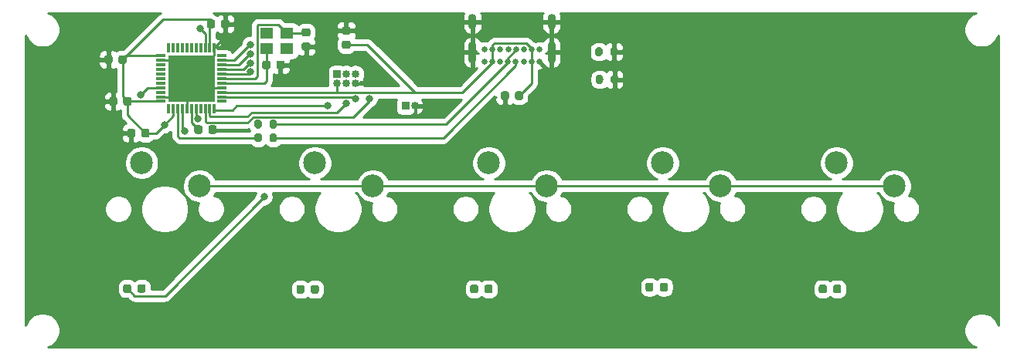
<source format=gbr>
%TF.GenerationSoftware,KiCad,Pcbnew,(5.1.7)-1*%
%TF.CreationDate,2020-12-03T18:42:53-08:00*%
%TF.ProjectId,k-5,6b2d352e-6b69-4636-9164-5f7063625858,rev?*%
%TF.SameCoordinates,Original*%
%TF.FileFunction,Copper,L1,Top*%
%TF.FilePolarity,Positive*%
%FSLAX46Y46*%
G04 Gerber Fmt 4.6, Leading zero omitted, Abs format (unit mm)*
G04 Created by KiCad (PCBNEW (5.1.7)-1) date 2020-12-03 18:42:53*
%MOMM*%
%LPD*%
G01*
G04 APERTURE LIST*
%TA.AperFunction,ComponentPad*%
%ADD10C,2.500000*%
%TD*%
%TA.AperFunction,ComponentPad*%
%ADD11C,0.650000*%
%TD*%
%TA.AperFunction,ComponentPad*%
%ADD12O,0.900000X2.400000*%
%TD*%
%TA.AperFunction,ComponentPad*%
%ADD13O,0.900000X1.700000*%
%TD*%
%TA.AperFunction,ComponentPad*%
%ADD14O,0.850000X0.850000*%
%TD*%
%TA.AperFunction,ComponentPad*%
%ADD15R,0.850000X0.850000*%
%TD*%
%TA.AperFunction,SMDPad,CuDef*%
%ADD16R,1.000000X0.300000*%
%TD*%
%TA.AperFunction,SMDPad,CuDef*%
%ADD17R,0.300000X1.000000*%
%TD*%
%TA.AperFunction,SMDPad,CuDef*%
%ADD18R,5.080000X5.080000*%
%TD*%
%TA.AperFunction,SMDPad,CuDef*%
%ADD19R,1.400000X1.200000*%
%TD*%
%TA.AperFunction,ViaPad*%
%ADD20C,0.800000*%
%TD*%
%TA.AperFunction,Conductor*%
%ADD21C,0.250000*%
%TD*%
%TA.AperFunction,Conductor*%
%ADD22C,0.254000*%
%TD*%
%TA.AperFunction,Conductor*%
%ADD23C,0.100000*%
%TD*%
G04 APERTURE END LIST*
D10*
%TO.P,K5,2*%
%TO.N,Net-(D5-Pad2)*%
X172085000Y-74295000D03*
%TO.P,K5,1*%
%TO.N,/KVCC*%
X178435000Y-76835000D03*
%TD*%
%TO.P,C1,1*%
%TO.N,/XTAL1*%
%TA.AperFunction,SMDPad,CuDef*%
G36*
G01*
X113715000Y-59530000D02*
X114215000Y-59530000D01*
G75*
G02*
X114440000Y-59755000I0J-225000D01*
G01*
X114440000Y-60205000D01*
G75*
G02*
X114215000Y-60430000I-225000J0D01*
G01*
X113715000Y-60430000D01*
G75*
G02*
X113490000Y-60205000I0J225000D01*
G01*
X113490000Y-59755000D01*
G75*
G02*
X113715000Y-59530000I225000J0D01*
G01*
G37*
%TD.AperFunction*%
%TO.P,C1,2*%
%TO.N,GND*%
%TA.AperFunction,SMDPad,CuDef*%
G36*
G01*
X113715000Y-61080000D02*
X114215000Y-61080000D01*
G75*
G02*
X114440000Y-61305000I0J-225000D01*
G01*
X114440000Y-61755000D01*
G75*
G02*
X114215000Y-61980000I-225000J0D01*
G01*
X113715000Y-61980000D01*
G75*
G02*
X113490000Y-61755000I0J225000D01*
G01*
X113490000Y-61305000D01*
G75*
G02*
X113715000Y-61080000I225000J0D01*
G01*
G37*
%TD.AperFunction*%
%TD*%
%TO.P,C2,1*%
%TO.N,/XTAL2*%
%TA.AperFunction,SMDPad,CuDef*%
G36*
G01*
X109165000Y-63805000D02*
X109165000Y-63305000D01*
G75*
G02*
X109390000Y-63080000I225000J0D01*
G01*
X109840000Y-63080000D01*
G75*
G02*
X110065000Y-63305000I0J-225000D01*
G01*
X110065000Y-63805000D01*
G75*
G02*
X109840000Y-64030000I-225000J0D01*
G01*
X109390000Y-64030000D01*
G75*
G02*
X109165000Y-63805000I0J225000D01*
G01*
G37*
%TD.AperFunction*%
%TO.P,C2,2*%
%TO.N,GND*%
%TA.AperFunction,SMDPad,CuDef*%
G36*
G01*
X110715000Y-63805000D02*
X110715000Y-63305000D01*
G75*
G02*
X110940000Y-63080000I225000J0D01*
G01*
X111390000Y-63080000D01*
G75*
G02*
X111615000Y-63305000I0J-225000D01*
G01*
X111615000Y-63805000D01*
G75*
G02*
X111390000Y-64030000I-225000J0D01*
G01*
X110940000Y-64030000D01*
G75*
G02*
X110715000Y-63805000I0J225000D01*
G01*
G37*
%TD.AperFunction*%
%TD*%
%TO.P,C3,2*%
%TO.N,GND*%
%TA.AperFunction,SMDPad,CuDef*%
G36*
G01*
X136200000Y-66679000D02*
X136200000Y-67179000D01*
G75*
G02*
X135975000Y-67404000I-225000J0D01*
G01*
X135525000Y-67404000D01*
G75*
G02*
X135300000Y-67179000I0J225000D01*
G01*
X135300000Y-66679000D01*
G75*
G02*
X135525000Y-66454000I225000J0D01*
G01*
X135975000Y-66454000D01*
G75*
G02*
X136200000Y-66679000I0J-225000D01*
G01*
G37*
%TD.AperFunction*%
%TO.P,C3,1*%
%TO.N,VCC*%
%TA.AperFunction,SMDPad,CuDef*%
G36*
G01*
X137750000Y-66679000D02*
X137750000Y-67179000D01*
G75*
G02*
X137525000Y-67404000I-225000J0D01*
G01*
X137075000Y-67404000D01*
G75*
G02*
X136850000Y-67179000I0J225000D01*
G01*
X136850000Y-66679000D01*
G75*
G02*
X137075000Y-66454000I225000J0D01*
G01*
X137525000Y-66454000D01*
G75*
G02*
X137750000Y-66679000I0J-225000D01*
G01*
G37*
%TD.AperFunction*%
%TD*%
%TO.P,C4,2*%
%TO.N,GND*%
%TA.AperFunction,SMDPad,CuDef*%
G36*
G01*
X104665000Y-59305000D02*
X104665000Y-58805000D01*
G75*
G02*
X104890000Y-58580000I225000J0D01*
G01*
X105340000Y-58580000D01*
G75*
G02*
X105565000Y-58805000I0J-225000D01*
G01*
X105565000Y-59305000D01*
G75*
G02*
X105340000Y-59530000I-225000J0D01*
G01*
X104890000Y-59530000D01*
G75*
G02*
X104665000Y-59305000I0J225000D01*
G01*
G37*
%TD.AperFunction*%
%TO.P,C4,1*%
%TO.N,VCC*%
%TA.AperFunction,SMDPad,CuDef*%
G36*
G01*
X103115000Y-59305000D02*
X103115000Y-58805000D01*
G75*
G02*
X103340000Y-58580000I225000J0D01*
G01*
X103790000Y-58580000D01*
G75*
G02*
X104015000Y-58805000I0J-225000D01*
G01*
X104015000Y-59305000D01*
G75*
G02*
X103790000Y-59530000I-225000J0D01*
G01*
X103340000Y-59530000D01*
G75*
G02*
X103115000Y-59305000I0J225000D01*
G01*
G37*
%TD.AperFunction*%
%TD*%
%TO.P,C5,1*%
%TO.N,VCC*%
%TA.AperFunction,SMDPad,CuDef*%
G36*
G01*
X94840000Y-67305000D02*
X94840000Y-67805000D01*
G75*
G02*
X94615000Y-68030000I-225000J0D01*
G01*
X94165000Y-68030000D01*
G75*
G02*
X93940000Y-67805000I0J225000D01*
G01*
X93940000Y-67305000D01*
G75*
G02*
X94165000Y-67080000I225000J0D01*
G01*
X94615000Y-67080000D01*
G75*
G02*
X94840000Y-67305000I0J-225000D01*
G01*
G37*
%TD.AperFunction*%
%TO.P,C5,2*%
%TO.N,GND*%
%TA.AperFunction,SMDPad,CuDef*%
G36*
G01*
X93290000Y-67305000D02*
X93290000Y-67805000D01*
G75*
G02*
X93065000Y-68030000I-225000J0D01*
G01*
X92615000Y-68030000D01*
G75*
G02*
X92390000Y-67805000I0J225000D01*
G01*
X92390000Y-67305000D01*
G75*
G02*
X92615000Y-67080000I225000J0D01*
G01*
X93065000Y-67080000D01*
G75*
G02*
X93290000Y-67305000I0J-225000D01*
G01*
G37*
%TD.AperFunction*%
%TD*%
%TO.P,C6,2*%
%TO.N,GND*%
%TA.AperFunction,SMDPad,CuDef*%
G36*
G01*
X92765000Y-62705000D02*
X92765000Y-63205000D01*
G75*
G02*
X92540000Y-63430000I-225000J0D01*
G01*
X92090000Y-63430000D01*
G75*
G02*
X91865000Y-63205000I0J225000D01*
G01*
X91865000Y-62705000D01*
G75*
G02*
X92090000Y-62480000I225000J0D01*
G01*
X92540000Y-62480000D01*
G75*
G02*
X92765000Y-62705000I0J-225000D01*
G01*
G37*
%TD.AperFunction*%
%TO.P,C6,1*%
%TO.N,VCC*%
%TA.AperFunction,SMDPad,CuDef*%
G36*
G01*
X94315000Y-62705000D02*
X94315000Y-63205000D01*
G75*
G02*
X94090000Y-63430000I-225000J0D01*
G01*
X93640000Y-63430000D01*
G75*
G02*
X93415000Y-63205000I0J225000D01*
G01*
X93415000Y-62705000D01*
G75*
G02*
X93640000Y-62480000I225000J0D01*
G01*
X94090000Y-62480000D01*
G75*
G02*
X94315000Y-62705000I0J-225000D01*
G01*
G37*
%TD.AperFunction*%
%TD*%
%TO.P,C7,2*%
%TO.N,GND*%
%TA.AperFunction,SMDPad,CuDef*%
G36*
G01*
X95265000Y-70805000D02*
X95265000Y-71305000D01*
G75*
G02*
X95040000Y-71530000I-225000J0D01*
G01*
X94590000Y-71530000D01*
G75*
G02*
X94365000Y-71305000I0J225000D01*
G01*
X94365000Y-70805000D01*
G75*
G02*
X94590000Y-70580000I225000J0D01*
G01*
X95040000Y-70580000D01*
G75*
G02*
X95265000Y-70805000I0J-225000D01*
G01*
G37*
%TD.AperFunction*%
%TO.P,C7,1*%
%TO.N,VCC*%
%TA.AperFunction,SMDPad,CuDef*%
G36*
G01*
X96815000Y-70805000D02*
X96815000Y-71305000D01*
G75*
G02*
X96590000Y-71530000I-225000J0D01*
G01*
X96140000Y-71530000D01*
G75*
G02*
X95915000Y-71305000I0J225000D01*
G01*
X95915000Y-70805000D01*
G75*
G02*
X96140000Y-70580000I225000J0D01*
G01*
X96590000Y-70580000D01*
G75*
G02*
X96815000Y-70805000I0J-225000D01*
G01*
G37*
%TD.AperFunction*%
%TD*%
%TO.P,C8,2*%
%TO.N,GND*%
%TA.AperFunction,SMDPad,CuDef*%
G36*
G01*
X118615000Y-60230000D02*
X118115000Y-60230000D01*
G75*
G02*
X117890000Y-60005000I0J225000D01*
G01*
X117890000Y-59555000D01*
G75*
G02*
X118115000Y-59330000I225000J0D01*
G01*
X118615000Y-59330000D01*
G75*
G02*
X118840000Y-59555000I0J-225000D01*
G01*
X118840000Y-60005000D01*
G75*
G02*
X118615000Y-60230000I-225000J0D01*
G01*
G37*
%TD.AperFunction*%
%TO.P,C8,1*%
%TO.N,VCC*%
%TA.AperFunction,SMDPad,CuDef*%
G36*
G01*
X118615000Y-61780000D02*
X118115000Y-61780000D01*
G75*
G02*
X117890000Y-61555000I0J225000D01*
G01*
X117890000Y-61105000D01*
G75*
G02*
X118115000Y-60880000I225000J0D01*
G01*
X118615000Y-60880000D01*
G75*
G02*
X118840000Y-61105000I0J-225000D01*
G01*
X118840000Y-61555000D01*
G75*
G02*
X118615000Y-61780000I-225000J0D01*
G01*
G37*
%TD.AperFunction*%
%TD*%
%TO.P,C9,1*%
%TO.N,Net-(C9-Pad1)*%
%TA.AperFunction,SMDPad,CuDef*%
G36*
G01*
X101715000Y-70905000D02*
X101715000Y-70405000D01*
G75*
G02*
X101940000Y-70180000I225000J0D01*
G01*
X102390000Y-70180000D01*
G75*
G02*
X102615000Y-70405000I0J-225000D01*
G01*
X102615000Y-70905000D01*
G75*
G02*
X102390000Y-71130000I-225000J0D01*
G01*
X101940000Y-71130000D01*
G75*
G02*
X101715000Y-70905000I0J225000D01*
G01*
G37*
%TD.AperFunction*%
%TO.P,C9,2*%
%TO.N,GND*%
%TA.AperFunction,SMDPad,CuDef*%
G36*
G01*
X103265000Y-70905000D02*
X103265000Y-70405000D01*
G75*
G02*
X103490000Y-70180000I225000J0D01*
G01*
X103940000Y-70180000D01*
G75*
G02*
X104165000Y-70405000I0J-225000D01*
G01*
X104165000Y-70905000D01*
G75*
G02*
X103940000Y-71130000I-225000J0D01*
G01*
X103490000Y-71130000D01*
G75*
G02*
X103265000Y-70905000I0J225000D01*
G01*
G37*
%TD.AperFunction*%
%TD*%
%TO.P,D1,2*%
%TO.N,Net-(D1-Pad2)*%
%TA.AperFunction,SMDPad,CuDef*%
G36*
G01*
X95502500Y-88361250D02*
X95502500Y-87848750D01*
G75*
G02*
X95721250Y-87630000I218750J0D01*
G01*
X96158750Y-87630000D01*
G75*
G02*
X96377500Y-87848750I0J-218750D01*
G01*
X96377500Y-88361250D01*
G75*
G02*
X96158750Y-88580000I-218750J0D01*
G01*
X95721250Y-88580000D01*
G75*
G02*
X95502500Y-88361250I0J218750D01*
G01*
G37*
%TD.AperFunction*%
%TO.P,D1,1*%
%TO.N,/K1*%
%TA.AperFunction,SMDPad,CuDef*%
G36*
G01*
X93927500Y-88361250D02*
X93927500Y-87848750D01*
G75*
G02*
X94146250Y-87630000I218750J0D01*
G01*
X94583750Y-87630000D01*
G75*
G02*
X94802500Y-87848750I0J-218750D01*
G01*
X94802500Y-88361250D01*
G75*
G02*
X94583750Y-88580000I-218750J0D01*
G01*
X94146250Y-88580000D01*
G75*
G02*
X93927500Y-88361250I0J218750D01*
G01*
G37*
%TD.AperFunction*%
%TD*%
%TO.P,D2,1*%
%TO.N,/K2*%
%TA.AperFunction,SMDPad,CuDef*%
G36*
G01*
X112912500Y-88451250D02*
X112912500Y-87938750D01*
G75*
G02*
X113131250Y-87720000I218750J0D01*
G01*
X113568750Y-87720000D01*
G75*
G02*
X113787500Y-87938750I0J-218750D01*
G01*
X113787500Y-88451250D01*
G75*
G02*
X113568750Y-88670000I-218750J0D01*
G01*
X113131250Y-88670000D01*
G75*
G02*
X112912500Y-88451250I0J218750D01*
G01*
G37*
%TD.AperFunction*%
%TO.P,D2,2*%
%TO.N,Net-(D2-Pad2)*%
%TA.AperFunction,SMDPad,CuDef*%
G36*
G01*
X114487500Y-88451250D02*
X114487500Y-87938750D01*
G75*
G02*
X114706250Y-87720000I218750J0D01*
G01*
X115143750Y-87720000D01*
G75*
G02*
X115362500Y-87938750I0J-218750D01*
G01*
X115362500Y-88451250D01*
G75*
G02*
X115143750Y-88670000I-218750J0D01*
G01*
X114706250Y-88670000D01*
G75*
G02*
X114487500Y-88451250I0J218750D01*
G01*
G37*
%TD.AperFunction*%
%TD*%
%TO.P,D3,2*%
%TO.N,Net-(D3-Pad2)*%
%TA.AperFunction,SMDPad,CuDef*%
G36*
G01*
X133515000Y-88411250D02*
X133515000Y-87898750D01*
G75*
G02*
X133733750Y-87680000I218750J0D01*
G01*
X134171250Y-87680000D01*
G75*
G02*
X134390000Y-87898750I0J-218750D01*
G01*
X134390000Y-88411250D01*
G75*
G02*
X134171250Y-88630000I-218750J0D01*
G01*
X133733750Y-88630000D01*
G75*
G02*
X133515000Y-88411250I0J218750D01*
G01*
G37*
%TD.AperFunction*%
%TO.P,D3,1*%
%TO.N,/K3*%
%TA.AperFunction,SMDPad,CuDef*%
G36*
G01*
X131940000Y-88411250D02*
X131940000Y-87898750D01*
G75*
G02*
X132158750Y-87680000I218750J0D01*
G01*
X132596250Y-87680000D01*
G75*
G02*
X132815000Y-87898750I0J-218750D01*
G01*
X132815000Y-88411250D01*
G75*
G02*
X132596250Y-88630000I-218750J0D01*
G01*
X132158750Y-88630000D01*
G75*
G02*
X131940000Y-88411250I0J218750D01*
G01*
G37*
%TD.AperFunction*%
%TD*%
%TO.P,D4,1*%
%TO.N,/K4*%
%TA.AperFunction,SMDPad,CuDef*%
G36*
G01*
X151140000Y-88211250D02*
X151140000Y-87698750D01*
G75*
G02*
X151358750Y-87480000I218750J0D01*
G01*
X151796250Y-87480000D01*
G75*
G02*
X152015000Y-87698750I0J-218750D01*
G01*
X152015000Y-88211250D01*
G75*
G02*
X151796250Y-88430000I-218750J0D01*
G01*
X151358750Y-88430000D01*
G75*
G02*
X151140000Y-88211250I0J218750D01*
G01*
G37*
%TD.AperFunction*%
%TO.P,D4,2*%
%TO.N,Net-(D4-Pad2)*%
%TA.AperFunction,SMDPad,CuDef*%
G36*
G01*
X152715000Y-88211250D02*
X152715000Y-87698750D01*
G75*
G02*
X152933750Y-87480000I218750J0D01*
G01*
X153371250Y-87480000D01*
G75*
G02*
X153590000Y-87698750I0J-218750D01*
G01*
X153590000Y-88211250D01*
G75*
G02*
X153371250Y-88430000I-218750J0D01*
G01*
X152933750Y-88430000D01*
G75*
G02*
X152715000Y-88211250I0J218750D01*
G01*
G37*
%TD.AperFunction*%
%TD*%
%TO.P,D5,2*%
%TO.N,Net-(D5-Pad2)*%
%TA.AperFunction,SMDPad,CuDef*%
G36*
G01*
X171715000Y-88411250D02*
X171715000Y-87898750D01*
G75*
G02*
X171933750Y-87680000I218750J0D01*
G01*
X172371250Y-87680000D01*
G75*
G02*
X172590000Y-87898750I0J-218750D01*
G01*
X172590000Y-88411250D01*
G75*
G02*
X172371250Y-88630000I-218750J0D01*
G01*
X171933750Y-88630000D01*
G75*
G02*
X171715000Y-88411250I0J218750D01*
G01*
G37*
%TD.AperFunction*%
%TO.P,D5,1*%
%TO.N,/K5*%
%TA.AperFunction,SMDPad,CuDef*%
G36*
G01*
X170140000Y-88411250D02*
X170140000Y-87898750D01*
G75*
G02*
X170358750Y-87680000I218750J0D01*
G01*
X170796250Y-87680000D01*
G75*
G02*
X171015000Y-87898750I0J-218750D01*
G01*
X171015000Y-88411250D01*
G75*
G02*
X170796250Y-88630000I-218750J0D01*
G01*
X170358750Y-88630000D01*
G75*
G02*
X170140000Y-88411250I0J218750D01*
G01*
G37*
%TD.AperFunction*%
%TD*%
D11*
%TO.P,J1,A5*%
%TO.N,Net-(J1-PadA5)*%
X135250000Y-63161000D03*
%TO.P,J1,A1*%
%TO.N,GND*%
X133550000Y-63161000D03*
%TO.P,J1,A4*%
%TO.N,VCC*%
X134400000Y-63161000D03*
%TO.P,J1,A6*%
%TO.N,Net-(J1-PadA6)*%
X136100000Y-63161000D03*
%TO.P,J1,A7*%
%TO.N,Net-(J1-PadA7)*%
X136950000Y-63161000D03*
%TO.P,J1,A8*%
%TO.N,Net-(J1-PadA8)*%
X137800000Y-63161000D03*
%TO.P,J1,A9*%
%TO.N,VCC*%
X138650000Y-63161000D03*
%TO.P,J1,A12*%
%TO.N,GND*%
X139500000Y-63161000D03*
%TO.P,J1,B12*%
X133550000Y-61836000D03*
%TO.P,J1,B9*%
%TO.N,VCC*%
X134405000Y-61836000D03*
%TO.P,J1,B8*%
%TO.N,Net-(J1-PadB8)*%
X135255000Y-61836000D03*
%TO.P,J1,B7*%
%TO.N,Net-(J1-PadA7)*%
X136105000Y-61836000D03*
%TO.P,J1,B6*%
%TO.N,Net-(J1-PadA6)*%
X136955000Y-61836000D03*
%TO.P,J1,B5*%
%TO.N,Net-(J1-PadB5)*%
X137805000Y-61836000D03*
%TO.P,J1,B4*%
%TO.N,VCC*%
X138655000Y-61836000D03*
%TO.P,J1,B1*%
%TO.N,GND*%
X139505000Y-61836000D03*
D12*
%TO.P,J1,S1*%
X132200000Y-62181000D03*
X140850000Y-62181000D03*
D13*
X132200000Y-58801000D03*
X140850000Y-58801000D03*
%TD*%
D14*
%TO.P,J2,6*%
%TO.N,GND*%
X119365000Y-65555000D03*
%TO.P,J2,5*%
%TO.N,/RST*%
X119365000Y-64555000D03*
%TO.P,J2,4*%
%TO.N,/MOSI*%
X118365000Y-65555000D03*
%TO.P,J2,3*%
%TO.N,/SCK*%
X118365000Y-64555000D03*
%TO.P,J2,2*%
%TO.N,VCC*%
X117365000Y-65555000D03*
D15*
%TO.P,J2,1*%
%TO.N,/MISO*%
X117365000Y-64555000D03*
%TD*%
D14*
%TO.P,J3,2*%
%TO.N,GND*%
X125865000Y-68055000D03*
D15*
%TO.P,J3,1*%
%TO.N,/RST*%
X124865000Y-68055000D03*
%TD*%
D10*
%TO.P,K5,2*%
%TO.N,Net-(D1-Pad2)*%
X95948500Y-74295000D03*
%TO.P,K5,1*%
%TO.N,/KVCC*%
X102298500Y-76835000D03*
%TD*%
%TO.P,K2,1*%
%TO.N,/KVCC*%
X121285000Y-76835000D03*
%TO.P,K2,2*%
%TO.N,Net-(D2-Pad2)*%
X114935000Y-74295000D03*
%TD*%
%TO.P,K3,2*%
%TO.N,Net-(D3-Pad2)*%
X133985000Y-74295000D03*
%TO.P,K3,1*%
%TO.N,/KVCC*%
X140335000Y-76835000D03*
%TD*%
%TO.P,K4,1*%
%TO.N,/KVCC*%
X159385000Y-76835000D03*
%TO.P,K4,2*%
%TO.N,Net-(D4-Pad2)*%
X153035000Y-74295000D03*
%TD*%
%TO.P,R1,2*%
%TO.N,Net-(J1-PadA7)*%
%TA.AperFunction,SMDPad,CuDef*%
G36*
G01*
X109965000Y-71830000D02*
X109965000Y-71280000D01*
G75*
G02*
X110165000Y-71080000I200000J0D01*
G01*
X110565000Y-71080000D01*
G75*
G02*
X110765000Y-71280000I0J-200000D01*
G01*
X110765000Y-71830000D01*
G75*
G02*
X110565000Y-72030000I-200000J0D01*
G01*
X110165000Y-72030000D01*
G75*
G02*
X109965000Y-71830000I0J200000D01*
G01*
G37*
%TD.AperFunction*%
%TO.P,R1,1*%
%TO.N,/DATA-*%
%TA.AperFunction,SMDPad,CuDef*%
G36*
G01*
X108315000Y-71830000D02*
X108315000Y-71280000D01*
G75*
G02*
X108515000Y-71080000I200000J0D01*
G01*
X108915000Y-71080000D01*
G75*
G02*
X109115000Y-71280000I0J-200000D01*
G01*
X109115000Y-71830000D01*
G75*
G02*
X108915000Y-72030000I-200000J0D01*
G01*
X108515000Y-72030000D01*
G75*
G02*
X108315000Y-71830000I0J200000D01*
G01*
G37*
%TD.AperFunction*%
%TD*%
%TO.P,R2,1*%
%TO.N,/DATA+*%
%TA.AperFunction,SMDPad,CuDef*%
G36*
G01*
X108315000Y-70330000D02*
X108315000Y-69780000D01*
G75*
G02*
X108515000Y-69580000I200000J0D01*
G01*
X108915000Y-69580000D01*
G75*
G02*
X109115000Y-69780000I0J-200000D01*
G01*
X109115000Y-70330000D01*
G75*
G02*
X108915000Y-70530000I-200000J0D01*
G01*
X108515000Y-70530000D01*
G75*
G02*
X108315000Y-70330000I0J200000D01*
G01*
G37*
%TD.AperFunction*%
%TO.P,R2,2*%
%TO.N,Net-(J1-PadA6)*%
%TA.AperFunction,SMDPad,CuDef*%
G36*
G01*
X109965000Y-70330000D02*
X109965000Y-69780000D01*
G75*
G02*
X110165000Y-69580000I200000J0D01*
G01*
X110565000Y-69580000D01*
G75*
G02*
X110765000Y-69780000I0J-200000D01*
G01*
X110765000Y-70330000D01*
G75*
G02*
X110565000Y-70530000I-200000J0D01*
G01*
X110165000Y-70530000D01*
G75*
G02*
X109965000Y-70330000I0J200000D01*
G01*
G37*
%TD.AperFunction*%
%TD*%
%TO.P,R3,2*%
%TO.N,GND*%
%TA.AperFunction,SMDPad,CuDef*%
G36*
G01*
X147301000Y-62378000D02*
X147301000Y-61828000D01*
G75*
G02*
X147501000Y-61628000I200000J0D01*
G01*
X147901000Y-61628000D01*
G75*
G02*
X148101000Y-61828000I0J-200000D01*
G01*
X148101000Y-62378000D01*
G75*
G02*
X147901000Y-62578000I-200000J0D01*
G01*
X147501000Y-62578000D01*
G75*
G02*
X147301000Y-62378000I0J200000D01*
G01*
G37*
%TD.AperFunction*%
%TO.P,R3,1*%
%TO.N,Net-(J1-PadA5)*%
%TA.AperFunction,SMDPad,CuDef*%
G36*
G01*
X145651000Y-62378000D02*
X145651000Y-61828000D01*
G75*
G02*
X145851000Y-61628000I200000J0D01*
G01*
X146251000Y-61628000D01*
G75*
G02*
X146451000Y-61828000I0J-200000D01*
G01*
X146451000Y-62378000D01*
G75*
G02*
X146251000Y-62578000I-200000J0D01*
G01*
X145851000Y-62578000D01*
G75*
G02*
X145651000Y-62378000I0J200000D01*
G01*
G37*
%TD.AperFunction*%
%TD*%
%TO.P,R4,1*%
%TO.N,Net-(J1-PadB5)*%
%TA.AperFunction,SMDPad,CuDef*%
G36*
G01*
X145714000Y-65426000D02*
X145714000Y-64876000D01*
G75*
G02*
X145914000Y-64676000I200000J0D01*
G01*
X146314000Y-64676000D01*
G75*
G02*
X146514000Y-64876000I0J-200000D01*
G01*
X146514000Y-65426000D01*
G75*
G02*
X146314000Y-65626000I-200000J0D01*
G01*
X145914000Y-65626000D01*
G75*
G02*
X145714000Y-65426000I0J200000D01*
G01*
G37*
%TD.AperFunction*%
%TO.P,R4,2*%
%TO.N,GND*%
%TA.AperFunction,SMDPad,CuDef*%
G36*
G01*
X147364000Y-65426000D02*
X147364000Y-64876000D01*
G75*
G02*
X147564000Y-64676000I200000J0D01*
G01*
X147964000Y-64676000D01*
G75*
G02*
X148164000Y-64876000I0J-200000D01*
G01*
X148164000Y-65426000D01*
G75*
G02*
X147964000Y-65626000I-200000J0D01*
G01*
X147564000Y-65626000D01*
G75*
G02*
X147364000Y-65426000I0J200000D01*
G01*
G37*
%TD.AperFunction*%
%TD*%
D16*
%TO.P,U1,44*%
%TO.N,VCC*%
X98071000Y-67555000D03*
%TO.P,U1,43*%
%TO.N,GND*%
X98071000Y-67055000D03*
%TO.P,U1,42*%
%TO.N,Net-(U1-Pad42)*%
X98071000Y-66555000D03*
%TO.P,U1,41*%
%TO.N,/KVCC*%
X98071000Y-66055000D03*
%TO.P,U1,40*%
%TO.N,Net-(U1-Pad40)*%
X98071000Y-65555000D03*
%TO.P,U1,39*%
%TO.N,Net-(U1-Pad39)*%
X98071000Y-65055000D03*
%TO.P,U1,38*%
%TO.N,Net-(U1-Pad38)*%
X98071000Y-64555000D03*
%TO.P,U1,37*%
%TO.N,Net-(U1-Pad37)*%
X98071000Y-64055000D03*
%TO.P,U1,36*%
%TO.N,Net-(U1-Pad36)*%
X98071000Y-63555000D03*
%TO.P,U1,35*%
%TO.N,GND*%
X98071000Y-63055000D03*
%TO.P,U1,34*%
%TO.N,VCC*%
X98071000Y-62555000D03*
D17*
%TO.P,U1,33*%
%TO.N,Net-(U1-Pad33)*%
X98921000Y-61705000D03*
%TO.P,U1,32*%
%TO.N,Net-(U1-Pad32)*%
X99421000Y-61705000D03*
%TO.P,U1,31*%
%TO.N,Net-(U1-Pad31)*%
X99921000Y-61705000D03*
%TO.P,U1,30*%
%TO.N,Net-(U1-Pad30)*%
X100421000Y-61705000D03*
%TO.P,U1,29*%
%TO.N,Net-(U1-Pad29)*%
X100921000Y-61705000D03*
%TO.P,U1,28*%
%TO.N,Net-(U1-Pad28)*%
X101421000Y-61705000D03*
%TO.P,U1,27*%
%TO.N,Net-(U1-Pad27)*%
X101921000Y-61705000D03*
%TO.P,U1,26*%
%TO.N,Net-(U1-Pad26)*%
X102421000Y-61705000D03*
%TO.P,U1,25*%
%TO.N,/K5*%
X102921000Y-61705000D03*
%TO.P,U1,24*%
%TO.N,VCC*%
X103421000Y-61705000D03*
%TO.P,U1,23*%
%TO.N,GND*%
X103921000Y-61705000D03*
D16*
%TO.P,U1,22*%
%TO.N,Net-(U1-Pad22)*%
X104771000Y-62555000D03*
%TO.P,U1,21*%
%TO.N,/K4*%
X104771000Y-63055000D03*
%TO.P,U1,20*%
%TO.N,/K3*%
X104771000Y-63555000D03*
%TO.P,U1,19*%
%TO.N,/K2*%
X104771000Y-64055000D03*
%TO.P,U1,18*%
%TO.N,/K1*%
X104771000Y-64555000D03*
%TO.P,U1,17*%
%TO.N,/XTAL1*%
X104771000Y-65055000D03*
%TO.P,U1,16*%
%TO.N,/XTAL2*%
X104771000Y-65555000D03*
%TO.P,U1,15*%
%TO.N,GND*%
X104771000Y-66055000D03*
%TO.P,U1,14*%
%TO.N,VCC*%
X104771000Y-66555000D03*
%TO.P,U1,13*%
%TO.N,/RST*%
X104771000Y-67055000D03*
%TO.P,U1,12*%
%TO.N,Net-(U1-Pad12)*%
X104771000Y-67555000D03*
D17*
%TO.P,U1,11*%
%TO.N,/MISO*%
X103921000Y-68405000D03*
%TO.P,U1,10*%
%TO.N,/MOSI*%
X103421000Y-68405000D03*
%TO.P,U1,9*%
%TO.N,/SCK*%
X102921000Y-68405000D03*
%TO.P,U1,8*%
%TO.N,Net-(U1-Pad8)*%
X102421000Y-68405000D03*
%TO.P,U1,7*%
%TO.N,VCC*%
X101921000Y-68405000D03*
%TO.P,U1,6*%
%TO.N,Net-(C9-Pad1)*%
X101421000Y-68405000D03*
%TO.P,U1,5*%
%TO.N,GND*%
X100921000Y-68405000D03*
%TO.P,U1,4*%
%TO.N,/DATA+*%
X100421000Y-68405000D03*
%TO.P,U1,3*%
%TO.N,/DATA-*%
X99921000Y-68405000D03*
%TO.P,U1,2*%
%TO.N,VCC*%
X99421000Y-68405000D03*
%TO.P,U1,1*%
%TO.N,Net-(U1-Pad1)*%
X98921000Y-68405000D03*
D18*
%TO.P,U1,TAB*%
%TO.N,GND*%
X101421000Y-65055000D03*
%TD*%
D19*
%TO.P,Y1,1*%
%TO.N,/XTAL1*%
X111865000Y-60055000D03*
%TO.P,Y1,2*%
%TO.N,GND*%
X109665000Y-60055000D03*
%TO.P,Y1,3*%
%TO.N,/XTAL2*%
X109665000Y-61755000D03*
%TO.P,Y1,4*%
%TO.N,GND*%
X111865000Y-61755000D03*
%TD*%
D20*
%TO.N,VCC*%
X98435501Y-70125501D03*
X102146000Y-69491836D03*
%TO.N,/K1*%
X107877347Y-64330000D03*
X109365000Y-78055000D03*
%TO.N,Net-(D1-Pad2)*%
X95940000Y-88105000D03*
%TO.N,Net-(D2-Pad2)*%
X114925000Y-88195000D03*
%TO.N,/K2*%
X107861418Y-63330125D03*
X113350000Y-88195000D03*
%TO.N,/K3*%
X107866039Y-62330134D03*
X132377500Y-88155000D03*
%TO.N,Net-(D3-Pad2)*%
X133952500Y-88155000D03*
%TO.N,Net-(D4-Pad2)*%
X153152500Y-87955000D03*
%TO.N,/K4*%
X107864699Y-61330133D03*
X151577500Y-87955000D03*
%TO.N,/K5*%
X102365000Y-59555000D03*
X170577500Y-88155000D03*
%TO.N,Net-(D5-Pad2)*%
X172152500Y-88155000D03*
%TO.N,Net-(J1-PadB5)*%
X146114000Y-65151000D03*
%TO.N,Net-(J1-PadA5)*%
X146051000Y-62103000D03*
%TO.N,/MISO*%
X116365000Y-68055000D03*
%TO.N,/SCK*%
X120865000Y-67305000D03*
%TO.N,/MOSI*%
X118365000Y-67780000D03*
X118365000Y-67780000D03*
%TO.N,/RST*%
X119365000Y-67305000D03*
%TO.N,/KVCC*%
X95865000Y-66805000D03*
%TO.N,/DATA+*%
X100646000Y-70830000D03*
X108715000Y-70055000D03*
%TD*%
D21*
%TO.N,/XTAL1*%
X111615000Y-59805000D02*
X111865000Y-60055000D01*
X110915010Y-59105010D02*
X111865000Y-60055000D01*
X108729988Y-59105010D02*
X110915010Y-59105010D01*
X113890000Y-60055000D02*
X113965000Y-59980000D01*
X111865000Y-60055000D02*
X113890000Y-60055000D01*
X108639999Y-59194999D02*
X108639999Y-64780001D01*
X108729988Y-59105010D02*
X108639999Y-59194999D01*
X108365000Y-65055000D02*
X104771000Y-65055000D01*
X108639999Y-64780001D02*
X108365000Y-65055000D01*
%TO.N,GND*%
X99421000Y-63055000D02*
X101421000Y-65055000D01*
X98071000Y-63055000D02*
X99421000Y-63055000D01*
X103921000Y-62555000D02*
X103921000Y-61705000D01*
X101421000Y-65055000D02*
X103921000Y-62555000D01*
X100921000Y-67354000D02*
X100921000Y-68405000D01*
X101421000Y-66854000D02*
X100921000Y-67354000D01*
X101421000Y-65055000D02*
X101421000Y-66854000D01*
X99421000Y-67055000D02*
X101421000Y-65055000D01*
X98071000Y-67055000D02*
X99421000Y-67055000D01*
X102421000Y-66055000D02*
X101421000Y-65055000D01*
X104771000Y-66055000D02*
X102421000Y-66055000D01*
X105115000Y-60511000D02*
X103921000Y-61705000D01*
X105115000Y-59055000D02*
X105115000Y-60511000D01*
%TO.N,/XTAL2*%
X109615000Y-61805000D02*
X109665000Y-61755000D01*
X109615000Y-63555000D02*
X109615000Y-61805000D01*
X109615000Y-63555000D02*
X109615000Y-65305000D01*
X109615000Y-65305000D02*
X109365000Y-65555000D01*
X105686000Y-65555000D02*
X104771000Y-65555000D01*
X109365000Y-65555000D02*
X105686000Y-65555000D01*
%TO.N,VCC*%
X134405000Y-63156000D02*
X134400000Y-63161000D01*
X103396001Y-61680001D02*
X103421000Y-61705000D01*
X134405000Y-63268002D02*
X134405000Y-61836000D01*
X131093002Y-66580000D02*
X134405000Y-63268002D01*
X138655000Y-61723998D02*
X138655000Y-61836000D01*
X138117001Y-61185999D02*
X138655000Y-61723998D01*
X134595382Y-61185999D02*
X138117001Y-61185999D01*
X134405000Y-61376381D02*
X134595382Y-61185999D01*
X134405000Y-61836000D02*
X134405000Y-61376381D01*
X138655000Y-63156000D02*
X138650000Y-63161000D01*
X138655000Y-61836000D02*
X138655000Y-63156000D01*
X104796000Y-66580000D02*
X104771000Y-66555000D01*
X98265000Y-58555000D02*
X93865000Y-62955000D01*
X103565000Y-58555000D02*
X98265000Y-58555000D01*
X94265000Y-62555000D02*
X98071000Y-62555000D01*
X93865000Y-62955000D02*
X94265000Y-62555000D01*
X93865000Y-67030000D02*
X94390000Y-67555000D01*
X93865000Y-62955000D02*
X93865000Y-67030000D01*
X94390000Y-67555000D02*
X98071000Y-67555000D01*
X94390000Y-69080000D02*
X96365000Y-71055000D01*
X94390000Y-67555000D02*
X94390000Y-69080000D01*
X99421000Y-69140002D02*
X99421000Y-68405000D01*
X96365000Y-71055000D02*
X97506002Y-71055000D01*
X110665000Y-66580000D02*
X104796000Y-66580000D01*
X98435501Y-70125501D02*
X99421000Y-69140002D01*
X97506002Y-71055000D02*
X98435501Y-70125501D01*
X120690000Y-61330000D02*
X125940000Y-66580000D01*
X118365000Y-61330000D02*
X120690000Y-61330000D01*
X125940000Y-66580000D02*
X131093002Y-66580000D01*
X101921000Y-68405000D02*
X101921000Y-69216183D01*
X138650000Y-65579000D02*
X138650000Y-63161000D01*
X137300000Y-66929000D02*
X138650000Y-65579000D01*
X101921000Y-69266836D02*
X102146000Y-69491836D01*
X101921000Y-69216183D02*
X101921000Y-69266836D01*
X117365000Y-65555000D02*
X117365000Y-66555000D01*
X117340000Y-66580000D02*
X125940000Y-66580000D01*
X117365000Y-66555000D02*
X117340000Y-66580000D01*
X110665000Y-66580000D02*
X117340000Y-66580000D01*
X103565000Y-59055000D02*
X103565000Y-58555000D01*
X103421000Y-59199000D02*
X103565000Y-59055000D01*
X103421000Y-61705000D02*
X103421000Y-59199000D01*
%TO.N,Net-(C9-Pad1)*%
X101421000Y-69911000D02*
X102165000Y-70655000D01*
X101421000Y-68405000D02*
X101421000Y-69911000D01*
%TO.N,/K1*%
X107652347Y-64555000D02*
X107877347Y-64330000D01*
X104771000Y-64555000D02*
X107652347Y-64555000D01*
X98514990Y-88905010D02*
X109365000Y-78055000D01*
X95165010Y-88905010D02*
X98514990Y-88905010D01*
X94365000Y-88105000D02*
X95165010Y-88905010D01*
%TO.N,/K2*%
X107804220Y-63330125D02*
X107861418Y-63330125D01*
X107079345Y-64055000D02*
X107804220Y-63330125D01*
X104771000Y-64055000D02*
X107079345Y-64055000D01*
%TO.N,/K3*%
X107788407Y-62330134D02*
X107866039Y-62330134D01*
X106563541Y-63555000D02*
X107788407Y-62330134D01*
X104771000Y-63555000D02*
X106563541Y-63555000D01*
%TO.N,/K4*%
X107793038Y-61330133D02*
X107864699Y-61330133D01*
X106068171Y-63055000D02*
X107793038Y-61330133D01*
X104771000Y-63055000D02*
X106068171Y-63055000D01*
%TO.N,/K5*%
X102921000Y-60111000D02*
X102365000Y-59555000D01*
X102921000Y-61705000D02*
X102921000Y-60111000D01*
%TO.N,Net-(J1-PadA6)*%
X136955000Y-61723998D02*
X136955000Y-61836000D01*
X136100000Y-63048998D02*
X136100000Y-63161000D01*
X136100000Y-63273002D02*
X136100000Y-63161000D01*
X129318002Y-70055000D02*
X136100000Y-63273002D01*
X110365000Y-70055000D02*
X129318002Y-70055000D01*
X136755001Y-62035999D02*
X136955000Y-61836000D01*
X136755001Y-62148001D02*
X136755001Y-62035999D01*
X136100000Y-62803002D02*
X136755001Y-62148001D01*
X136100000Y-63161000D02*
X136100000Y-62803002D01*
%TO.N,Net-(J1-PadA7)*%
X136950000Y-63620619D02*
X136950000Y-63161000D01*
X129015619Y-71555000D02*
X136950000Y-63620619D01*
X110365000Y-71555000D02*
X129015619Y-71555000D01*
%TO.N,/MISO*%
X103927000Y-68505000D02*
X105915000Y-68505000D01*
X103921000Y-68499000D02*
X103927000Y-68505000D01*
X103921000Y-68405000D02*
X103921000Y-68499000D01*
X105915000Y-68505000D02*
X106365000Y-68055000D01*
X106365000Y-68055000D02*
X116365000Y-68055000D01*
%TO.N,/SCK*%
X103065010Y-69854990D02*
X107565010Y-69854990D01*
X108165010Y-69254990D02*
X119165010Y-69254990D01*
X107565010Y-69854990D02*
X108165010Y-69254990D01*
X120865000Y-67555000D02*
X120865000Y-67305000D01*
X119165010Y-69254990D02*
X120865000Y-67555000D01*
X102921000Y-69710980D02*
X103065010Y-69854990D01*
X102921000Y-68405000D02*
X102921000Y-69710980D01*
%TO.N,/MOSI*%
X117364999Y-68780001D02*
X118365000Y-67780000D01*
X107553589Y-69230001D02*
X108003589Y-68780001D01*
X108003589Y-68780001D02*
X117364999Y-68780001D01*
X103496001Y-69230001D02*
X107553589Y-69230001D01*
X103421000Y-69155000D02*
X103496001Y-69230001D01*
X103421000Y-68405000D02*
X103421000Y-69155000D01*
%TO.N,/RST*%
X119115000Y-67055000D02*
X119365000Y-67305000D01*
X104771000Y-67055000D02*
X119115000Y-67055000D01*
%TO.N,/KVCC*%
X102298500Y-76835000D02*
X178435000Y-76835000D01*
X96615000Y-66055000D02*
X95865000Y-66805000D01*
X98071000Y-66055000D02*
X96615000Y-66055000D01*
%TO.N,/DATA-*%
X102199588Y-71555000D02*
X108715000Y-71555000D01*
X99921000Y-68405000D02*
X99921000Y-71361000D01*
X100115000Y-71555000D02*
X102199588Y-71555000D01*
X99921000Y-71361000D02*
X100115000Y-71555000D01*
%TO.N,/DATA+*%
X100421000Y-68405000D02*
X100421000Y-69140002D01*
X100421000Y-70605000D02*
X100646000Y-70830000D01*
X100421000Y-69140002D02*
X100421000Y-70605000D01*
%TO.N,Net-(U1-Pad22)*%
X104803832Y-62555000D02*
X104771000Y-62555000D01*
%TD*%
D22*
%TO.N,GND*%
X97972753Y-57849454D02*
X97840724Y-57920026D01*
X97724999Y-58014999D01*
X97701201Y-58043997D01*
X93903271Y-61841928D01*
X93640000Y-61841928D01*
X93471623Y-61858512D01*
X93309717Y-61907625D01*
X93163649Y-61985700D01*
X93119494Y-61949463D01*
X93009180Y-61890498D01*
X92889482Y-61854188D01*
X92765000Y-61841928D01*
X92600750Y-61845000D01*
X92442000Y-62003750D01*
X92442000Y-62828000D01*
X92462000Y-62828000D01*
X92462000Y-63082000D01*
X92442000Y-63082000D01*
X92442000Y-63906250D01*
X92600750Y-64065000D01*
X92765000Y-64068072D01*
X92889482Y-64055812D01*
X93009180Y-64019502D01*
X93105000Y-63968284D01*
X93105001Y-66465749D01*
X92967000Y-66603750D01*
X92967000Y-67428000D01*
X92987000Y-67428000D01*
X92987000Y-67682000D01*
X92967000Y-67682000D01*
X92967000Y-68506250D01*
X93125750Y-68665000D01*
X93290000Y-68668072D01*
X93414482Y-68655812D01*
X93534180Y-68619502D01*
X93630001Y-68568284D01*
X93630001Y-69042668D01*
X93626324Y-69080000D01*
X93630001Y-69117333D01*
X93640998Y-69228986D01*
X93653038Y-69268676D01*
X93684454Y-69372246D01*
X93755026Y-69504276D01*
X93826201Y-69591002D01*
X93850000Y-69620001D01*
X93878998Y-69643799D01*
X94201287Y-69966089D01*
X94120820Y-69990498D01*
X94010506Y-70049463D01*
X93913815Y-70128815D01*
X93834463Y-70225506D01*
X93775498Y-70335820D01*
X93739188Y-70455518D01*
X93726928Y-70580000D01*
X93730000Y-70769250D01*
X93888750Y-70928000D01*
X94688000Y-70928000D01*
X94688000Y-70908000D01*
X94942000Y-70908000D01*
X94942000Y-70928000D01*
X94962000Y-70928000D01*
X94962000Y-71182000D01*
X94942000Y-71182000D01*
X94942000Y-72006250D01*
X95100750Y-72165000D01*
X95265000Y-72168072D01*
X95389482Y-72155812D01*
X95509180Y-72119502D01*
X95619494Y-72060537D01*
X95663649Y-72024300D01*
X95809717Y-72102375D01*
X95971623Y-72151488D01*
X96140000Y-72168072D01*
X96590000Y-72168072D01*
X96758377Y-72151488D01*
X96920283Y-72102375D01*
X97069497Y-72022618D01*
X97200284Y-71915284D01*
X97282585Y-71815000D01*
X97468680Y-71815000D01*
X97506002Y-71818676D01*
X97543324Y-71815000D01*
X97543335Y-71815000D01*
X97654988Y-71804003D01*
X97798249Y-71760546D01*
X97930278Y-71689974D01*
X98046003Y-71595001D01*
X98069805Y-71565998D01*
X98475302Y-71160501D01*
X98537440Y-71160501D01*
X98737399Y-71120727D01*
X98925757Y-71042706D01*
X99095275Y-70929438D01*
X99161001Y-70863712D01*
X99161001Y-71323668D01*
X99157324Y-71361000D01*
X99161001Y-71398333D01*
X99171998Y-71509986D01*
X99185180Y-71553442D01*
X99215454Y-71653246D01*
X99286026Y-71785276D01*
X99336884Y-71847246D01*
X99381000Y-71901001D01*
X99409997Y-71924798D01*
X99551200Y-72066002D01*
X99574999Y-72095001D01*
X99690724Y-72189974D01*
X99822753Y-72260546D01*
X99966014Y-72304003D01*
X100077667Y-72315000D01*
X100077676Y-72315000D01*
X100114999Y-72318676D01*
X100152322Y-72315000D01*
X107834084Y-72315000D01*
X107922394Y-72422606D01*
X108049392Y-72526831D01*
X108194284Y-72604278D01*
X108351500Y-72651969D01*
X108515000Y-72668072D01*
X108915000Y-72668072D01*
X109078500Y-72651969D01*
X109235716Y-72604278D01*
X109380608Y-72526831D01*
X109507606Y-72422606D01*
X109540000Y-72383134D01*
X109572394Y-72422606D01*
X109699392Y-72526831D01*
X109844284Y-72604278D01*
X110001500Y-72651969D01*
X110165000Y-72668072D01*
X110565000Y-72668072D01*
X110728500Y-72651969D01*
X110885716Y-72604278D01*
X111030608Y-72526831D01*
X111157606Y-72422606D01*
X111245916Y-72315000D01*
X128978297Y-72315000D01*
X129015619Y-72318676D01*
X129052941Y-72315000D01*
X129052952Y-72315000D01*
X129164605Y-72304003D01*
X129307866Y-72260546D01*
X129439895Y-72189974D01*
X129555620Y-72095001D01*
X129579423Y-72065997D01*
X134665000Y-66980421D01*
X134665000Y-67056002D01*
X134823748Y-67056002D01*
X134665000Y-67214750D01*
X134661928Y-67404000D01*
X134674188Y-67528482D01*
X134710498Y-67648180D01*
X134769463Y-67758494D01*
X134848815Y-67855185D01*
X134945506Y-67934537D01*
X135055820Y-67993502D01*
X135175518Y-68029812D01*
X135300000Y-68042072D01*
X135464250Y-68039000D01*
X135623000Y-67880250D01*
X135623000Y-67056000D01*
X135603000Y-67056000D01*
X135603000Y-66802000D01*
X135623000Y-66802000D01*
X135623000Y-66782000D01*
X135877000Y-66782000D01*
X135877000Y-66802000D01*
X135897000Y-66802000D01*
X135897000Y-67056000D01*
X135877000Y-67056000D01*
X135877000Y-67880250D01*
X136035750Y-68039000D01*
X136200000Y-68042072D01*
X136324482Y-68029812D01*
X136444180Y-67993502D01*
X136554494Y-67934537D01*
X136598649Y-67898300D01*
X136744717Y-67976375D01*
X136906623Y-68025488D01*
X137075000Y-68042072D01*
X137525000Y-68042072D01*
X137693377Y-68025488D01*
X137855283Y-67976375D01*
X138004497Y-67896618D01*
X138135284Y-67789284D01*
X138242618Y-67658497D01*
X138322375Y-67509283D01*
X138371488Y-67347377D01*
X138388072Y-67179000D01*
X138388072Y-66915729D01*
X139161004Y-66142798D01*
X139190001Y-66119001D01*
X139284974Y-66003276D01*
X139355546Y-65871247D01*
X139399003Y-65727986D01*
X139410000Y-65616333D01*
X139410000Y-65616324D01*
X139413676Y-65579001D01*
X139410000Y-65541678D01*
X139410000Y-64876000D01*
X145075928Y-64876000D01*
X145075928Y-65426000D01*
X145092031Y-65589500D01*
X145139722Y-65746716D01*
X145217169Y-65891608D01*
X145321394Y-66018606D01*
X145448392Y-66122831D01*
X145593284Y-66200278D01*
X145750500Y-66247969D01*
X145914000Y-66264072D01*
X146314000Y-66264072D01*
X146477500Y-66247969D01*
X146634716Y-66200278D01*
X146779608Y-66122831D01*
X146881590Y-66039137D01*
X146912815Y-66077185D01*
X147009506Y-66156537D01*
X147119820Y-66215502D01*
X147239518Y-66251812D01*
X147364000Y-66264072D01*
X147478250Y-66261000D01*
X147637000Y-66102250D01*
X147637000Y-65278000D01*
X147891000Y-65278000D01*
X147891000Y-66102250D01*
X148049750Y-66261000D01*
X148164000Y-66264072D01*
X148288482Y-66251812D01*
X148408180Y-66215502D01*
X148518494Y-66156537D01*
X148615185Y-66077185D01*
X148694537Y-65980494D01*
X148753502Y-65870180D01*
X148789812Y-65750482D01*
X148802072Y-65626000D01*
X148799000Y-65436750D01*
X148640250Y-65278000D01*
X147891000Y-65278000D01*
X147637000Y-65278000D01*
X147617000Y-65278000D01*
X147617000Y-65024000D01*
X147637000Y-65024000D01*
X147637000Y-64199750D01*
X147891000Y-64199750D01*
X147891000Y-65024000D01*
X148640250Y-65024000D01*
X148799000Y-64865250D01*
X148802072Y-64676000D01*
X148789812Y-64551518D01*
X148753502Y-64431820D01*
X148694537Y-64321506D01*
X148615185Y-64224815D01*
X148518494Y-64145463D01*
X148408180Y-64086498D01*
X148288482Y-64050188D01*
X148164000Y-64037928D01*
X148049750Y-64041000D01*
X147891000Y-64199750D01*
X147637000Y-64199750D01*
X147478250Y-64041000D01*
X147364000Y-64037928D01*
X147239518Y-64050188D01*
X147119820Y-64086498D01*
X147009506Y-64145463D01*
X146912815Y-64224815D01*
X146881590Y-64262863D01*
X146779608Y-64179169D01*
X146634716Y-64101722D01*
X146477500Y-64054031D01*
X146314000Y-64037928D01*
X145914000Y-64037928D01*
X145750500Y-64054031D01*
X145593284Y-64101722D01*
X145448392Y-64179169D01*
X145321394Y-64283394D01*
X145217169Y-64410392D01*
X145139722Y-64555284D01*
X145092031Y-64712500D01*
X145075928Y-64876000D01*
X139410000Y-64876000D01*
X139410000Y-64120528D01*
X139589361Y-64121497D01*
X139775028Y-64085608D01*
X139950126Y-64014187D01*
X139959323Y-64009270D01*
X139972931Y-63813536D01*
X139577639Y-63418244D01*
X139610000Y-63255552D01*
X139610000Y-63066448D01*
X139609171Y-63062281D01*
X139693748Y-63146858D01*
X139679605Y-63161000D01*
X139829775Y-63311170D01*
X139896191Y-63463545D01*
X140018413Y-63639391D01*
X140172592Y-63788014D01*
X140352803Y-63903702D01*
X140555999Y-63975408D01*
X140723000Y-63848502D01*
X140723000Y-62308000D01*
X140977000Y-62308000D01*
X140977000Y-63848502D01*
X141144001Y-63975408D01*
X141347197Y-63903702D01*
X141527408Y-63788014D01*
X141681587Y-63639391D01*
X141803809Y-63463545D01*
X141889376Y-63267233D01*
X141935000Y-63058000D01*
X141935000Y-62308000D01*
X140977000Y-62308000D01*
X140723000Y-62308000D01*
X140170927Y-62308000D01*
X140353270Y-62295323D01*
X140426581Y-62121008D01*
X140440287Y-62054000D01*
X140723000Y-62054000D01*
X140723000Y-60513498D01*
X140977000Y-60513498D01*
X140977000Y-62054000D01*
X141935000Y-62054000D01*
X141935000Y-61828000D01*
X145012928Y-61828000D01*
X145012928Y-62378000D01*
X145029031Y-62541500D01*
X145076722Y-62698716D01*
X145154169Y-62843608D01*
X145258394Y-62970606D01*
X145385392Y-63074831D01*
X145530284Y-63152278D01*
X145687500Y-63199969D01*
X145851000Y-63216072D01*
X146251000Y-63216072D01*
X146414500Y-63199969D01*
X146571716Y-63152278D01*
X146716608Y-63074831D01*
X146818590Y-62991137D01*
X146849815Y-63029185D01*
X146946506Y-63108537D01*
X147056820Y-63167502D01*
X147176518Y-63203812D01*
X147301000Y-63216072D01*
X147415250Y-63213000D01*
X147574000Y-63054250D01*
X147574000Y-62230000D01*
X147828000Y-62230000D01*
X147828000Y-63054250D01*
X147986750Y-63213000D01*
X148101000Y-63216072D01*
X148225482Y-63203812D01*
X148345180Y-63167502D01*
X148455494Y-63108537D01*
X148552185Y-63029185D01*
X148631537Y-62932494D01*
X148690502Y-62822180D01*
X148726812Y-62702482D01*
X148739072Y-62578000D01*
X148736000Y-62388750D01*
X148577250Y-62230000D01*
X147828000Y-62230000D01*
X147574000Y-62230000D01*
X147554000Y-62230000D01*
X147554000Y-61976000D01*
X147574000Y-61976000D01*
X147574000Y-61151750D01*
X147828000Y-61151750D01*
X147828000Y-61976000D01*
X148577250Y-61976000D01*
X148736000Y-61817250D01*
X148739072Y-61628000D01*
X148726812Y-61503518D01*
X148690502Y-61383820D01*
X148631537Y-61273506D01*
X148552185Y-61176815D01*
X148455494Y-61097463D01*
X148345180Y-61038498D01*
X148225482Y-61002188D01*
X148101000Y-60989928D01*
X147986750Y-60993000D01*
X147828000Y-61151750D01*
X147574000Y-61151750D01*
X147415250Y-60993000D01*
X147301000Y-60989928D01*
X147176518Y-61002188D01*
X147056820Y-61038498D01*
X146946506Y-61097463D01*
X146849815Y-61176815D01*
X146818590Y-61214863D01*
X146716608Y-61131169D01*
X146571716Y-61053722D01*
X146414500Y-61006031D01*
X146251000Y-60989928D01*
X145851000Y-60989928D01*
X145687500Y-61006031D01*
X145530284Y-61053722D01*
X145385392Y-61131169D01*
X145258394Y-61235394D01*
X145154169Y-61362392D01*
X145076722Y-61507284D01*
X145029031Y-61664500D01*
X145012928Y-61828000D01*
X141935000Y-61828000D01*
X141935000Y-61304000D01*
X141889376Y-61094767D01*
X141803809Y-60898455D01*
X141681587Y-60722609D01*
X141527408Y-60573986D01*
X141347197Y-60458298D01*
X141144001Y-60386592D01*
X140977000Y-60513498D01*
X140723000Y-60513498D01*
X140555999Y-60386592D01*
X140352803Y-60458298D01*
X140172592Y-60573986D01*
X140018413Y-60722609D01*
X139896191Y-60898455D01*
X139873861Y-60949685D01*
X139790008Y-60914419D01*
X139604740Y-60876525D01*
X139415639Y-60875503D01*
X139229972Y-60911392D01*
X139079538Y-60972753D01*
X138935022Y-60912892D01*
X138914642Y-60908838D01*
X138680804Y-60675001D01*
X138657002Y-60645998D01*
X138541277Y-60551025D01*
X138409248Y-60480453D01*
X138265987Y-60436996D01*
X138154334Y-60425999D01*
X138154323Y-60425999D01*
X138117001Y-60422323D01*
X138079679Y-60425999D01*
X134632705Y-60425999D01*
X134595382Y-60422323D01*
X134558059Y-60425999D01*
X134558049Y-60425999D01*
X134446396Y-60436996D01*
X134303135Y-60480453D01*
X134171106Y-60551025D01*
X134055381Y-60645998D01*
X134031578Y-60675002D01*
X133893998Y-60812582D01*
X133865000Y-60836380D01*
X133805849Y-60908455D01*
X133649740Y-60876525D01*
X133460639Y-60875503D01*
X133274972Y-60911392D01*
X133176886Y-60951400D01*
X133153809Y-60898455D01*
X133031587Y-60722609D01*
X132877408Y-60573986D01*
X132697197Y-60458298D01*
X132494001Y-60386592D01*
X132327000Y-60513498D01*
X132327000Y-62054000D01*
X132614369Y-62054000D01*
X132625392Y-62111028D01*
X132696813Y-62286126D01*
X132701730Y-62295323D01*
X132884073Y-62308000D01*
X132327000Y-62308000D01*
X132327000Y-63848502D01*
X132494001Y-63975408D01*
X132693026Y-63905174D01*
X130778201Y-65820000D01*
X126254802Y-65820000D01*
X122742802Y-62308000D01*
X131115000Y-62308000D01*
X131115000Y-63058000D01*
X131160624Y-63267233D01*
X131246191Y-63463545D01*
X131368413Y-63639391D01*
X131522592Y-63788014D01*
X131702803Y-63903702D01*
X131905999Y-63975408D01*
X132073000Y-63848502D01*
X132073000Y-62308000D01*
X131115000Y-62308000D01*
X122742802Y-62308000D01*
X121738802Y-61304000D01*
X131115000Y-61304000D01*
X131115000Y-62054000D01*
X132073000Y-62054000D01*
X132073000Y-60513498D01*
X131905999Y-60386592D01*
X131702803Y-60458298D01*
X131522592Y-60573986D01*
X131368413Y-60722609D01*
X131246191Y-60898455D01*
X131160624Y-61094767D01*
X131115000Y-61304000D01*
X121738802Y-61304000D01*
X121253804Y-60819003D01*
X121230001Y-60789999D01*
X121114276Y-60695026D01*
X120982247Y-60624454D01*
X120838986Y-60580997D01*
X120727333Y-60570000D01*
X120727322Y-60570000D01*
X120690000Y-60566324D01*
X120652678Y-60570000D01*
X119378284Y-60570000D01*
X119429502Y-60474180D01*
X119465812Y-60354482D01*
X119478072Y-60230000D01*
X119475000Y-60065750D01*
X119316250Y-59907000D01*
X118492000Y-59907000D01*
X118492000Y-59927000D01*
X118238000Y-59927000D01*
X118238000Y-59907000D01*
X117413750Y-59907000D01*
X117255000Y-60065750D01*
X117251928Y-60230000D01*
X117264188Y-60354482D01*
X117300498Y-60474180D01*
X117359463Y-60584494D01*
X117395700Y-60628649D01*
X117317625Y-60774717D01*
X117268512Y-60936623D01*
X117251928Y-61105000D01*
X117251928Y-61555000D01*
X117268512Y-61723377D01*
X117317625Y-61885283D01*
X117397382Y-62034497D01*
X117504716Y-62165284D01*
X117635503Y-62272618D01*
X117784717Y-62352375D01*
X117946623Y-62401488D01*
X118115000Y-62418072D01*
X118615000Y-62418072D01*
X118783377Y-62401488D01*
X118945283Y-62352375D01*
X119094497Y-62272618D01*
X119225284Y-62165284D01*
X119287068Y-62090000D01*
X120375199Y-62090000D01*
X124105198Y-65820000D01*
X120365191Y-65820000D01*
X120258621Y-65682000D01*
X119492000Y-65682000D01*
X119492000Y-65702000D01*
X119416527Y-65702000D01*
X119425000Y-65659401D01*
X119425000Y-65615000D01*
X119469401Y-65615000D01*
X119674191Y-65574265D01*
X119867098Y-65494360D01*
X119966413Y-65428000D01*
X120258621Y-65428000D01*
X120384547Y-65264936D01*
X120308368Y-65071606D01*
X120301647Y-65061159D01*
X120304360Y-65057098D01*
X120384265Y-64864191D01*
X120425000Y-64659401D01*
X120425000Y-64450599D01*
X120384265Y-64245809D01*
X120304360Y-64052902D01*
X120188356Y-63879289D01*
X120040711Y-63731644D01*
X119867098Y-63615640D01*
X119674191Y-63535735D01*
X119469401Y-63495000D01*
X119260599Y-63495000D01*
X119055809Y-63535735D01*
X118865000Y-63614771D01*
X118674191Y-63535735D01*
X118469401Y-63495000D01*
X118260599Y-63495000D01*
X118055809Y-63535735D01*
X118038603Y-63542862D01*
X118034180Y-63540498D01*
X117914482Y-63504188D01*
X117790000Y-63491928D01*
X116940000Y-63491928D01*
X116815518Y-63504188D01*
X116695820Y-63540498D01*
X116585506Y-63599463D01*
X116488815Y-63678815D01*
X116409463Y-63775506D01*
X116350498Y-63885820D01*
X116314188Y-64005518D01*
X116301928Y-64130000D01*
X116301928Y-64980000D01*
X116314188Y-65104482D01*
X116350498Y-65224180D01*
X116352862Y-65228603D01*
X116345735Y-65245809D01*
X116305000Y-65450599D01*
X116305000Y-65659401D01*
X116336945Y-65820000D01*
X110175519Y-65820000D01*
X110249974Y-65729276D01*
X110320546Y-65597247D01*
X110364003Y-65453986D01*
X110375000Y-65342333D01*
X110375000Y-65342324D01*
X110378676Y-65305001D01*
X110375000Y-65267678D01*
X110375000Y-64568284D01*
X110470820Y-64619502D01*
X110590518Y-64655812D01*
X110715000Y-64668072D01*
X110879250Y-64665000D01*
X111038000Y-64506250D01*
X111038000Y-63682000D01*
X111292000Y-63682000D01*
X111292000Y-64506250D01*
X111450750Y-64665000D01*
X111615000Y-64668072D01*
X111739482Y-64655812D01*
X111859180Y-64619502D01*
X111969494Y-64560537D01*
X112066185Y-64481185D01*
X112145537Y-64384494D01*
X112204502Y-64274180D01*
X112240812Y-64154482D01*
X112253072Y-64030000D01*
X112250000Y-63840750D01*
X112091250Y-63682000D01*
X111292000Y-63682000D01*
X111038000Y-63682000D01*
X111018000Y-63682000D01*
X111018000Y-63428000D01*
X111038000Y-63428000D01*
X111038000Y-63408000D01*
X111292000Y-63408000D01*
X111292000Y-63428000D01*
X112091250Y-63428000D01*
X112250000Y-63269250D01*
X112253072Y-63080000D01*
X112244276Y-62990694D01*
X112565000Y-62993072D01*
X112689482Y-62980812D01*
X112809180Y-62944502D01*
X112919494Y-62885537D01*
X113016185Y-62806185D01*
X113095537Y-62709494D01*
X113154502Y-62599180D01*
X113174990Y-62531642D01*
X113245820Y-62569502D01*
X113365518Y-62605812D01*
X113490000Y-62618072D01*
X113679250Y-62615000D01*
X113838000Y-62456250D01*
X113838000Y-61657000D01*
X114092000Y-61657000D01*
X114092000Y-62456250D01*
X114250750Y-62615000D01*
X114440000Y-62618072D01*
X114564482Y-62605812D01*
X114684180Y-62569502D01*
X114794494Y-62510537D01*
X114891185Y-62431185D01*
X114970537Y-62334494D01*
X115029502Y-62224180D01*
X115065812Y-62104482D01*
X115078072Y-61980000D01*
X115075000Y-61815750D01*
X114916250Y-61657000D01*
X114092000Y-61657000D01*
X113838000Y-61657000D01*
X113818000Y-61657000D01*
X113818000Y-61403000D01*
X113838000Y-61403000D01*
X113838000Y-61383000D01*
X114092000Y-61383000D01*
X114092000Y-61403000D01*
X114916250Y-61403000D01*
X115075000Y-61244250D01*
X115078072Y-61080000D01*
X115065812Y-60955518D01*
X115029502Y-60835820D01*
X114970537Y-60725506D01*
X114934300Y-60681351D01*
X115012375Y-60535283D01*
X115061488Y-60373377D01*
X115078072Y-60205000D01*
X115078072Y-59755000D01*
X115061488Y-59586623D01*
X115012375Y-59424717D01*
X114961748Y-59330000D01*
X117251928Y-59330000D01*
X117255000Y-59494250D01*
X117413750Y-59653000D01*
X118238000Y-59653000D01*
X118238000Y-58853750D01*
X118492000Y-58853750D01*
X118492000Y-59653000D01*
X119316250Y-59653000D01*
X119475000Y-59494250D01*
X119478072Y-59330000D01*
X119465812Y-59205518D01*
X119429502Y-59085820D01*
X119370537Y-58975506D01*
X119331550Y-58928000D01*
X131115000Y-58928000D01*
X131115000Y-59328000D01*
X131160624Y-59537233D01*
X131246191Y-59733545D01*
X131368413Y-59909391D01*
X131522592Y-60058014D01*
X131702803Y-60173702D01*
X131905999Y-60245408D01*
X132073000Y-60118502D01*
X132073000Y-58928000D01*
X132327000Y-58928000D01*
X132327000Y-60118502D01*
X132494001Y-60245408D01*
X132697197Y-60173702D01*
X132877408Y-60058014D01*
X133031587Y-59909391D01*
X133153809Y-59733545D01*
X133239376Y-59537233D01*
X133285000Y-59328000D01*
X133285000Y-58928000D01*
X139765000Y-58928000D01*
X139765000Y-59328000D01*
X139810624Y-59537233D01*
X139896191Y-59733545D01*
X140018413Y-59909391D01*
X140172592Y-60058014D01*
X140352803Y-60173702D01*
X140555999Y-60245408D01*
X140723000Y-60118502D01*
X140723000Y-58928000D01*
X140977000Y-58928000D01*
X140977000Y-60118502D01*
X141144001Y-60245408D01*
X141347197Y-60173702D01*
X141527408Y-60058014D01*
X141681587Y-59909391D01*
X141803809Y-59733545D01*
X141889376Y-59537233D01*
X141935000Y-59328000D01*
X141935000Y-58928000D01*
X140977000Y-58928000D01*
X140723000Y-58928000D01*
X139765000Y-58928000D01*
X133285000Y-58928000D01*
X132327000Y-58928000D01*
X132073000Y-58928000D01*
X131115000Y-58928000D01*
X119331550Y-58928000D01*
X119291185Y-58878815D01*
X119194494Y-58799463D01*
X119084180Y-58740498D01*
X118964482Y-58704188D01*
X118840000Y-58691928D01*
X118650750Y-58695000D01*
X118492000Y-58853750D01*
X118238000Y-58853750D01*
X118079250Y-58695000D01*
X117890000Y-58691928D01*
X117765518Y-58704188D01*
X117645820Y-58740498D01*
X117535506Y-58799463D01*
X117438815Y-58878815D01*
X117359463Y-58975506D01*
X117300498Y-59085820D01*
X117264188Y-59205518D01*
X117251928Y-59330000D01*
X114961748Y-59330000D01*
X114932618Y-59275503D01*
X114825284Y-59144716D01*
X114694497Y-59037382D01*
X114545283Y-58957625D01*
X114383377Y-58908512D01*
X114215000Y-58891928D01*
X113715000Y-58891928D01*
X113546623Y-58908512D01*
X113384717Y-58957625D01*
X113235503Y-59037382D01*
X113114761Y-59136472D01*
X113095537Y-59100506D01*
X113016185Y-59003815D01*
X112919494Y-58924463D01*
X112809180Y-58865498D01*
X112689482Y-58829188D01*
X112565000Y-58816928D01*
X111701729Y-58816928D01*
X111478814Y-58594012D01*
X111455011Y-58565009D01*
X111339286Y-58470036D01*
X111207257Y-58399464D01*
X111063996Y-58356007D01*
X110952343Y-58345010D01*
X110952332Y-58345010D01*
X110915010Y-58341334D01*
X110877688Y-58345010D01*
X108767313Y-58345010D01*
X108729988Y-58341334D01*
X108692663Y-58345010D01*
X108692655Y-58345010D01*
X108581002Y-58356007D01*
X108437741Y-58399464D01*
X108305712Y-58470036D01*
X108189987Y-58565009D01*
X108166184Y-58594013D01*
X108129002Y-58631195D01*
X108099998Y-58654998D01*
X108072916Y-58687998D01*
X108005025Y-58770723D01*
X107947248Y-58878815D01*
X107934453Y-58902753D01*
X107890996Y-59046014D01*
X107879999Y-59157667D01*
X107879999Y-59157677D01*
X107876323Y-59194999D01*
X107879999Y-59232322D01*
X107879999Y-60295133D01*
X107762760Y-60295133D01*
X107562801Y-60334907D01*
X107374443Y-60412928D01*
X107204925Y-60526196D01*
X107060762Y-60670359D01*
X106947494Y-60839877D01*
X106869473Y-61028235D01*
X106832064Y-61216306D01*
X105866797Y-62181573D01*
X105860502Y-62160820D01*
X105801537Y-62050506D01*
X105722185Y-61953815D01*
X105625494Y-61874463D01*
X105515180Y-61815498D01*
X105395482Y-61779188D01*
X105271000Y-61766928D01*
X104271000Y-61766928D01*
X104209072Y-61773027D01*
X104209072Y-61578000D01*
X104547250Y-61578000D01*
X104706000Y-61419250D01*
X104708952Y-61217388D01*
X104699111Y-61092692D01*
X104665131Y-60972312D01*
X104608320Y-60860874D01*
X104530860Y-60762660D01*
X104435728Y-60681445D01*
X104326579Y-60620350D01*
X104207609Y-60581723D01*
X104181000Y-60578748D01*
X104181000Y-60069921D01*
X104266351Y-60024300D01*
X104310506Y-60060537D01*
X104420820Y-60119502D01*
X104540518Y-60155812D01*
X104665000Y-60168072D01*
X104829250Y-60165000D01*
X104988000Y-60006250D01*
X104988000Y-59182000D01*
X105242000Y-59182000D01*
X105242000Y-60006250D01*
X105400750Y-60165000D01*
X105565000Y-60168072D01*
X105689482Y-60155812D01*
X105809180Y-60119502D01*
X105919494Y-60060537D01*
X106016185Y-59981185D01*
X106095537Y-59884494D01*
X106154502Y-59774180D01*
X106190812Y-59654482D01*
X106203072Y-59530000D01*
X106200000Y-59340750D01*
X106041250Y-59182000D01*
X105242000Y-59182000D01*
X104988000Y-59182000D01*
X104968000Y-59182000D01*
X104968000Y-58928000D01*
X104988000Y-58928000D01*
X104988000Y-58103750D01*
X105242000Y-58103750D01*
X105242000Y-58928000D01*
X106041250Y-58928000D01*
X106200000Y-58769250D01*
X106203072Y-58580000D01*
X106190812Y-58455518D01*
X106154502Y-58335820D01*
X106095537Y-58225506D01*
X106016185Y-58128815D01*
X105919494Y-58049463D01*
X105809180Y-57990498D01*
X105689482Y-57954188D01*
X105565000Y-57941928D01*
X105400750Y-57945000D01*
X105242000Y-58103750D01*
X104988000Y-58103750D01*
X104829250Y-57945000D01*
X104665000Y-57941928D01*
X104540518Y-57954188D01*
X104420820Y-57990498D01*
X104310506Y-58049463D01*
X104266351Y-58085700D01*
X104120283Y-58007625D01*
X104081787Y-57995947D01*
X103989276Y-57920026D01*
X103857247Y-57849454D01*
X103809598Y-57835000D01*
X131269444Y-57835000D01*
X131246191Y-57868455D01*
X131160624Y-58064767D01*
X131115000Y-58274000D01*
X131115000Y-58674000D01*
X132073000Y-58674000D01*
X132073000Y-58654000D01*
X132327000Y-58654000D01*
X132327000Y-58674000D01*
X133285000Y-58674000D01*
X133285000Y-58274000D01*
X133239376Y-58064767D01*
X133153809Y-57868455D01*
X133130556Y-57835000D01*
X139919444Y-57835000D01*
X139896191Y-57868455D01*
X139810624Y-58064767D01*
X139765000Y-58274000D01*
X139765000Y-58674000D01*
X140723000Y-58674000D01*
X140723000Y-58654000D01*
X140977000Y-58654000D01*
X140977000Y-58674000D01*
X141935000Y-58674000D01*
X141935000Y-58274000D01*
X141889376Y-58064767D01*
X141803809Y-57868455D01*
X141780556Y-57835000D01*
X187367307Y-57835000D01*
X187040776Y-57970254D01*
X186722933Y-58182630D01*
X186452630Y-58452933D01*
X186240254Y-58770776D01*
X186093966Y-59123945D01*
X186019390Y-59498867D01*
X186019390Y-59881133D01*
X186093966Y-60256055D01*
X186240254Y-60609224D01*
X186452630Y-60927067D01*
X186722933Y-61197370D01*
X187040776Y-61409746D01*
X187393945Y-61556034D01*
X187768867Y-61630610D01*
X188151133Y-61630610D01*
X188526055Y-61556034D01*
X188879224Y-61409746D01*
X189197067Y-61197370D01*
X189467370Y-60927067D01*
X189679746Y-60609224D01*
X189815000Y-60282693D01*
X189815001Y-92117309D01*
X189679746Y-91790776D01*
X189467370Y-91472933D01*
X189197067Y-91202630D01*
X188879224Y-90990254D01*
X188526055Y-90843966D01*
X188151133Y-90769390D01*
X187768867Y-90769390D01*
X187393945Y-90843966D01*
X187040776Y-90990254D01*
X186722933Y-91202630D01*
X186452630Y-91472933D01*
X186240254Y-91790776D01*
X186093966Y-92143945D01*
X186019390Y-92518867D01*
X186019390Y-92901133D01*
X186093966Y-93276055D01*
X186240254Y-93629224D01*
X186452630Y-93947067D01*
X186722933Y-94217370D01*
X187040776Y-94429746D01*
X187367307Y-94565000D01*
X85682693Y-94565000D01*
X86009224Y-94429746D01*
X86327067Y-94217370D01*
X86597370Y-93947067D01*
X86809746Y-93629224D01*
X86956034Y-93276055D01*
X87030610Y-92901133D01*
X87030610Y-92518867D01*
X86956034Y-92143945D01*
X86809746Y-91790776D01*
X86597370Y-91472933D01*
X86327067Y-91202630D01*
X86009224Y-90990254D01*
X85656055Y-90843966D01*
X85281133Y-90769390D01*
X84898867Y-90769390D01*
X84523945Y-90843966D01*
X84170776Y-90990254D01*
X83852933Y-91202630D01*
X83582630Y-91472933D01*
X83370254Y-91790776D01*
X83235000Y-92117307D01*
X83235000Y-87848750D01*
X93289428Y-87848750D01*
X93289428Y-88361250D01*
X93305892Y-88528408D01*
X93354650Y-88689142D01*
X93433829Y-88837275D01*
X93540385Y-88967115D01*
X93670225Y-89073671D01*
X93818358Y-89152850D01*
X93979092Y-89201608D01*
X94146250Y-89218072D01*
X94403270Y-89218072D01*
X94601211Y-89416012D01*
X94625009Y-89445011D01*
X94654007Y-89468809D01*
X94740733Y-89539984D01*
X94872763Y-89610556D01*
X95016024Y-89654013D01*
X95127677Y-89665010D01*
X95127687Y-89665010D01*
X95165010Y-89668686D01*
X95202332Y-89665010D01*
X98477668Y-89665010D01*
X98514990Y-89668686D01*
X98552312Y-89665010D01*
X98552323Y-89665010D01*
X98663976Y-89654013D01*
X98807237Y-89610556D01*
X98939266Y-89539984D01*
X99054991Y-89445011D01*
X99078794Y-89416007D01*
X100556051Y-87938750D01*
X112274428Y-87938750D01*
X112274428Y-88451250D01*
X112290892Y-88618408D01*
X112339650Y-88779142D01*
X112418829Y-88927275D01*
X112525385Y-89057115D01*
X112655225Y-89163671D01*
X112803358Y-89242850D01*
X112964092Y-89291608D01*
X113131250Y-89308072D01*
X113568750Y-89308072D01*
X113735908Y-89291608D01*
X113896642Y-89242850D01*
X114044775Y-89163671D01*
X114137500Y-89087574D01*
X114230225Y-89163671D01*
X114378358Y-89242850D01*
X114539092Y-89291608D01*
X114706250Y-89308072D01*
X115143750Y-89308072D01*
X115310908Y-89291608D01*
X115471642Y-89242850D01*
X115619775Y-89163671D01*
X115749615Y-89057115D01*
X115856171Y-88927275D01*
X115935350Y-88779142D01*
X115984108Y-88618408D01*
X116000572Y-88451250D01*
X116000572Y-87938750D01*
X115996633Y-87898750D01*
X131301928Y-87898750D01*
X131301928Y-88411250D01*
X131318392Y-88578408D01*
X131367150Y-88739142D01*
X131446329Y-88887275D01*
X131552885Y-89017115D01*
X131682725Y-89123671D01*
X131830858Y-89202850D01*
X131991592Y-89251608D01*
X132158750Y-89268072D01*
X132596250Y-89268072D01*
X132763408Y-89251608D01*
X132924142Y-89202850D01*
X133072275Y-89123671D01*
X133165000Y-89047574D01*
X133257725Y-89123671D01*
X133405858Y-89202850D01*
X133566592Y-89251608D01*
X133733750Y-89268072D01*
X134171250Y-89268072D01*
X134338408Y-89251608D01*
X134499142Y-89202850D01*
X134647275Y-89123671D01*
X134777115Y-89017115D01*
X134883671Y-88887275D01*
X134962850Y-88739142D01*
X135011608Y-88578408D01*
X135028072Y-88411250D01*
X135028072Y-87898750D01*
X135011608Y-87731592D01*
X135001646Y-87698750D01*
X150501928Y-87698750D01*
X150501928Y-88211250D01*
X150518392Y-88378408D01*
X150567150Y-88539142D01*
X150646329Y-88687275D01*
X150752885Y-88817115D01*
X150882725Y-88923671D01*
X151030858Y-89002850D01*
X151191592Y-89051608D01*
X151358750Y-89068072D01*
X151796250Y-89068072D01*
X151963408Y-89051608D01*
X152124142Y-89002850D01*
X152272275Y-88923671D01*
X152365000Y-88847574D01*
X152457725Y-88923671D01*
X152605858Y-89002850D01*
X152766592Y-89051608D01*
X152933750Y-89068072D01*
X153371250Y-89068072D01*
X153538408Y-89051608D01*
X153699142Y-89002850D01*
X153847275Y-88923671D01*
X153977115Y-88817115D01*
X154083671Y-88687275D01*
X154162850Y-88539142D01*
X154211608Y-88378408D01*
X154228072Y-88211250D01*
X154228072Y-87898750D01*
X169501928Y-87898750D01*
X169501928Y-88411250D01*
X169518392Y-88578408D01*
X169567150Y-88739142D01*
X169646329Y-88887275D01*
X169752885Y-89017115D01*
X169882725Y-89123671D01*
X170030858Y-89202850D01*
X170191592Y-89251608D01*
X170358750Y-89268072D01*
X170796250Y-89268072D01*
X170963408Y-89251608D01*
X171124142Y-89202850D01*
X171272275Y-89123671D01*
X171365000Y-89047574D01*
X171457725Y-89123671D01*
X171605858Y-89202850D01*
X171766592Y-89251608D01*
X171933750Y-89268072D01*
X172371250Y-89268072D01*
X172538408Y-89251608D01*
X172699142Y-89202850D01*
X172847275Y-89123671D01*
X172977115Y-89017115D01*
X173083671Y-88887275D01*
X173162850Y-88739142D01*
X173211608Y-88578408D01*
X173228072Y-88411250D01*
X173228072Y-87898750D01*
X173211608Y-87731592D01*
X173162850Y-87570858D01*
X173083671Y-87422725D01*
X172977115Y-87292885D01*
X172847275Y-87186329D01*
X172699142Y-87107150D01*
X172538408Y-87058392D01*
X172371250Y-87041928D01*
X171933750Y-87041928D01*
X171766592Y-87058392D01*
X171605858Y-87107150D01*
X171457725Y-87186329D01*
X171365000Y-87262426D01*
X171272275Y-87186329D01*
X171124142Y-87107150D01*
X170963408Y-87058392D01*
X170796250Y-87041928D01*
X170358750Y-87041928D01*
X170191592Y-87058392D01*
X170030858Y-87107150D01*
X169882725Y-87186329D01*
X169752885Y-87292885D01*
X169646329Y-87422725D01*
X169567150Y-87570858D01*
X169518392Y-87731592D01*
X169501928Y-87898750D01*
X154228072Y-87898750D01*
X154228072Y-87698750D01*
X154211608Y-87531592D01*
X154162850Y-87370858D01*
X154083671Y-87222725D01*
X153977115Y-87092885D01*
X153847275Y-86986329D01*
X153699142Y-86907150D01*
X153538408Y-86858392D01*
X153371250Y-86841928D01*
X152933750Y-86841928D01*
X152766592Y-86858392D01*
X152605858Y-86907150D01*
X152457725Y-86986329D01*
X152365000Y-87062426D01*
X152272275Y-86986329D01*
X152124142Y-86907150D01*
X151963408Y-86858392D01*
X151796250Y-86841928D01*
X151358750Y-86841928D01*
X151191592Y-86858392D01*
X151030858Y-86907150D01*
X150882725Y-86986329D01*
X150752885Y-87092885D01*
X150646329Y-87222725D01*
X150567150Y-87370858D01*
X150518392Y-87531592D01*
X150501928Y-87698750D01*
X135001646Y-87698750D01*
X134962850Y-87570858D01*
X134883671Y-87422725D01*
X134777115Y-87292885D01*
X134647275Y-87186329D01*
X134499142Y-87107150D01*
X134338408Y-87058392D01*
X134171250Y-87041928D01*
X133733750Y-87041928D01*
X133566592Y-87058392D01*
X133405858Y-87107150D01*
X133257725Y-87186329D01*
X133165000Y-87262426D01*
X133072275Y-87186329D01*
X132924142Y-87107150D01*
X132763408Y-87058392D01*
X132596250Y-87041928D01*
X132158750Y-87041928D01*
X131991592Y-87058392D01*
X131830858Y-87107150D01*
X131682725Y-87186329D01*
X131552885Y-87292885D01*
X131446329Y-87422725D01*
X131367150Y-87570858D01*
X131318392Y-87731592D01*
X131301928Y-87898750D01*
X115996633Y-87898750D01*
X115984108Y-87771592D01*
X115935350Y-87610858D01*
X115856171Y-87462725D01*
X115749615Y-87332885D01*
X115619775Y-87226329D01*
X115471642Y-87147150D01*
X115310908Y-87098392D01*
X115143750Y-87081928D01*
X114706250Y-87081928D01*
X114539092Y-87098392D01*
X114378358Y-87147150D01*
X114230225Y-87226329D01*
X114137500Y-87302426D01*
X114044775Y-87226329D01*
X113896642Y-87147150D01*
X113735908Y-87098392D01*
X113568750Y-87081928D01*
X113131250Y-87081928D01*
X112964092Y-87098392D01*
X112803358Y-87147150D01*
X112655225Y-87226329D01*
X112525385Y-87332885D01*
X112418829Y-87462725D01*
X112339650Y-87610858D01*
X112290892Y-87771592D01*
X112274428Y-87938750D01*
X100556051Y-87938750D01*
X109268523Y-79226278D01*
X110885000Y-79226278D01*
X110885000Y-79523722D01*
X110943029Y-79815451D01*
X111056856Y-80090253D01*
X111222107Y-80337569D01*
X111432431Y-80547893D01*
X111679747Y-80713144D01*
X111954549Y-80826971D01*
X112246278Y-80885000D01*
X112543722Y-80885000D01*
X112835451Y-80826971D01*
X113110253Y-80713144D01*
X113357569Y-80547893D01*
X113567893Y-80337569D01*
X113733144Y-80090253D01*
X113846971Y-79815451D01*
X113905000Y-79523722D01*
X113905000Y-79226278D01*
X113846971Y-78934549D01*
X113733144Y-78659747D01*
X113567893Y-78412431D01*
X113357569Y-78202107D01*
X113110253Y-78036856D01*
X112835451Y-77923029D01*
X112543722Y-77865000D01*
X112246278Y-77865000D01*
X111954549Y-77923029D01*
X111679747Y-78036856D01*
X111432431Y-78202107D01*
X111222107Y-78412431D01*
X111056856Y-78659747D01*
X110943029Y-78934549D01*
X110885000Y-79226278D01*
X109268523Y-79226278D01*
X109404802Y-79090000D01*
X109466939Y-79090000D01*
X109666898Y-79050226D01*
X109855256Y-78972205D01*
X110024774Y-78858937D01*
X110168937Y-78714774D01*
X110282205Y-78545256D01*
X110360226Y-78356898D01*
X110400000Y-78156939D01*
X110400000Y-77953061D01*
X110360226Y-77753102D01*
X110294738Y-77595000D01*
X115528547Y-77595000D01*
X115428262Y-77695285D01*
X115139893Y-78126859D01*
X114941261Y-78606399D01*
X114840000Y-79115475D01*
X114840000Y-79634525D01*
X114941261Y-80143601D01*
X115139893Y-80623141D01*
X115428262Y-81054715D01*
X115795285Y-81421738D01*
X116226859Y-81710107D01*
X116706399Y-81908739D01*
X117215475Y-82010000D01*
X117734525Y-82010000D01*
X118243601Y-81908739D01*
X118723141Y-81710107D01*
X119154715Y-81421738D01*
X119521738Y-81054715D01*
X119810107Y-80623141D01*
X120008739Y-80143601D01*
X120110000Y-79634525D01*
X120110000Y-79115475D01*
X120008739Y-78606399D01*
X119810107Y-78126859D01*
X119521738Y-77695285D01*
X119421453Y-77595000D01*
X119559493Y-77595000D01*
X119614534Y-77727882D01*
X119820825Y-78036618D01*
X120083382Y-78299175D01*
X120392118Y-78505466D01*
X120735166Y-78647561D01*
X121099344Y-78720000D01*
X121191898Y-78720000D01*
X121103029Y-78934549D01*
X121045000Y-79226278D01*
X121045000Y-79523722D01*
X121103029Y-79815451D01*
X121216856Y-80090253D01*
X121382107Y-80337569D01*
X121592431Y-80547893D01*
X121839747Y-80713144D01*
X122114549Y-80826971D01*
X122406278Y-80885000D01*
X122703722Y-80885000D01*
X122995451Y-80826971D01*
X123270253Y-80713144D01*
X123517569Y-80547893D01*
X123727893Y-80337569D01*
X123893144Y-80090253D01*
X124006971Y-79815451D01*
X124065000Y-79523722D01*
X124065000Y-79226278D01*
X129935000Y-79226278D01*
X129935000Y-79523722D01*
X129993029Y-79815451D01*
X130106856Y-80090253D01*
X130272107Y-80337569D01*
X130482431Y-80547893D01*
X130729747Y-80713144D01*
X131004549Y-80826971D01*
X131296278Y-80885000D01*
X131593722Y-80885000D01*
X131885451Y-80826971D01*
X132160253Y-80713144D01*
X132407569Y-80547893D01*
X132617893Y-80337569D01*
X132783144Y-80090253D01*
X132896971Y-79815451D01*
X132955000Y-79523722D01*
X132955000Y-79226278D01*
X132896971Y-78934549D01*
X132783144Y-78659747D01*
X132617893Y-78412431D01*
X132407569Y-78202107D01*
X132160253Y-78036856D01*
X131885451Y-77923029D01*
X131593722Y-77865000D01*
X131296278Y-77865000D01*
X131004549Y-77923029D01*
X130729747Y-78036856D01*
X130482431Y-78202107D01*
X130272107Y-78412431D01*
X130106856Y-78659747D01*
X129993029Y-78934549D01*
X129935000Y-79226278D01*
X124065000Y-79226278D01*
X124006971Y-78934549D01*
X123893144Y-78659747D01*
X123727893Y-78412431D01*
X123517569Y-78202107D01*
X123270253Y-78036856D01*
X122995451Y-77923029D01*
X122845061Y-77893114D01*
X122955466Y-77727882D01*
X123010507Y-77595000D01*
X134578547Y-77595000D01*
X134478262Y-77695285D01*
X134189893Y-78126859D01*
X133991261Y-78606399D01*
X133890000Y-79115475D01*
X133890000Y-79634525D01*
X133991261Y-80143601D01*
X134189893Y-80623141D01*
X134478262Y-81054715D01*
X134845285Y-81421738D01*
X135276859Y-81710107D01*
X135756399Y-81908739D01*
X136265475Y-82010000D01*
X136784525Y-82010000D01*
X137293601Y-81908739D01*
X137773141Y-81710107D01*
X138204715Y-81421738D01*
X138571738Y-81054715D01*
X138860107Y-80623141D01*
X139058739Y-80143601D01*
X139160000Y-79634525D01*
X139160000Y-79115475D01*
X139058739Y-78606399D01*
X138860107Y-78126859D01*
X138571738Y-77695285D01*
X138471453Y-77595000D01*
X138609493Y-77595000D01*
X138664534Y-77727882D01*
X138870825Y-78036618D01*
X139133382Y-78299175D01*
X139442118Y-78505466D01*
X139785166Y-78647561D01*
X140149344Y-78720000D01*
X140241898Y-78720000D01*
X140153029Y-78934549D01*
X140095000Y-79226278D01*
X140095000Y-79523722D01*
X140153029Y-79815451D01*
X140266856Y-80090253D01*
X140432107Y-80337569D01*
X140642431Y-80547893D01*
X140889747Y-80713144D01*
X141164549Y-80826971D01*
X141456278Y-80885000D01*
X141753722Y-80885000D01*
X142045451Y-80826971D01*
X142320253Y-80713144D01*
X142567569Y-80547893D01*
X142777893Y-80337569D01*
X142943144Y-80090253D01*
X143056971Y-79815451D01*
X143115000Y-79523722D01*
X143115000Y-79226278D01*
X148985000Y-79226278D01*
X148985000Y-79523722D01*
X149043029Y-79815451D01*
X149156856Y-80090253D01*
X149322107Y-80337569D01*
X149532431Y-80547893D01*
X149779747Y-80713144D01*
X150054549Y-80826971D01*
X150346278Y-80885000D01*
X150643722Y-80885000D01*
X150935451Y-80826971D01*
X151210253Y-80713144D01*
X151457569Y-80547893D01*
X151667893Y-80337569D01*
X151833144Y-80090253D01*
X151946971Y-79815451D01*
X152005000Y-79523722D01*
X152005000Y-79226278D01*
X151946971Y-78934549D01*
X151833144Y-78659747D01*
X151667893Y-78412431D01*
X151457569Y-78202107D01*
X151210253Y-78036856D01*
X150935451Y-77923029D01*
X150643722Y-77865000D01*
X150346278Y-77865000D01*
X150054549Y-77923029D01*
X149779747Y-78036856D01*
X149532431Y-78202107D01*
X149322107Y-78412431D01*
X149156856Y-78659747D01*
X149043029Y-78934549D01*
X148985000Y-79226278D01*
X143115000Y-79226278D01*
X143056971Y-78934549D01*
X142943144Y-78659747D01*
X142777893Y-78412431D01*
X142567569Y-78202107D01*
X142320253Y-78036856D01*
X142045451Y-77923029D01*
X141895061Y-77893114D01*
X142005466Y-77727882D01*
X142060507Y-77595000D01*
X153628547Y-77595000D01*
X153528262Y-77695285D01*
X153239893Y-78126859D01*
X153041261Y-78606399D01*
X152940000Y-79115475D01*
X152940000Y-79634525D01*
X153041261Y-80143601D01*
X153239893Y-80623141D01*
X153528262Y-81054715D01*
X153895285Y-81421738D01*
X154326859Y-81710107D01*
X154806399Y-81908739D01*
X155315475Y-82010000D01*
X155834525Y-82010000D01*
X156343601Y-81908739D01*
X156823141Y-81710107D01*
X157254715Y-81421738D01*
X157621738Y-81054715D01*
X157910107Y-80623141D01*
X158108739Y-80143601D01*
X158210000Y-79634525D01*
X158210000Y-79115475D01*
X158108739Y-78606399D01*
X157910107Y-78126859D01*
X157621738Y-77695285D01*
X157521453Y-77595000D01*
X157659493Y-77595000D01*
X157714534Y-77727882D01*
X157920825Y-78036618D01*
X158183382Y-78299175D01*
X158492118Y-78505466D01*
X158835166Y-78647561D01*
X159199344Y-78720000D01*
X159291898Y-78720000D01*
X159203029Y-78934549D01*
X159145000Y-79226278D01*
X159145000Y-79523722D01*
X159203029Y-79815451D01*
X159316856Y-80090253D01*
X159482107Y-80337569D01*
X159692431Y-80547893D01*
X159939747Y-80713144D01*
X160214549Y-80826971D01*
X160506278Y-80885000D01*
X160803722Y-80885000D01*
X161095451Y-80826971D01*
X161370253Y-80713144D01*
X161617569Y-80547893D01*
X161827893Y-80337569D01*
X161993144Y-80090253D01*
X162106971Y-79815451D01*
X162165000Y-79523722D01*
X162165000Y-79226278D01*
X168035000Y-79226278D01*
X168035000Y-79523722D01*
X168093029Y-79815451D01*
X168206856Y-80090253D01*
X168372107Y-80337569D01*
X168582431Y-80547893D01*
X168829747Y-80713144D01*
X169104549Y-80826971D01*
X169396278Y-80885000D01*
X169693722Y-80885000D01*
X169985451Y-80826971D01*
X170260253Y-80713144D01*
X170507569Y-80547893D01*
X170717893Y-80337569D01*
X170883144Y-80090253D01*
X170996971Y-79815451D01*
X171055000Y-79523722D01*
X171055000Y-79226278D01*
X170996971Y-78934549D01*
X170883144Y-78659747D01*
X170717893Y-78412431D01*
X170507569Y-78202107D01*
X170260253Y-78036856D01*
X169985451Y-77923029D01*
X169693722Y-77865000D01*
X169396278Y-77865000D01*
X169104549Y-77923029D01*
X168829747Y-78036856D01*
X168582431Y-78202107D01*
X168372107Y-78412431D01*
X168206856Y-78659747D01*
X168093029Y-78934549D01*
X168035000Y-79226278D01*
X162165000Y-79226278D01*
X162106971Y-78934549D01*
X161993144Y-78659747D01*
X161827893Y-78412431D01*
X161617569Y-78202107D01*
X161370253Y-78036856D01*
X161095451Y-77923029D01*
X160945061Y-77893114D01*
X161055466Y-77727882D01*
X161110507Y-77595000D01*
X172678547Y-77595000D01*
X172578262Y-77695285D01*
X172289893Y-78126859D01*
X172091261Y-78606399D01*
X171990000Y-79115475D01*
X171990000Y-79634525D01*
X172091261Y-80143601D01*
X172289893Y-80623141D01*
X172578262Y-81054715D01*
X172945285Y-81421738D01*
X173376859Y-81710107D01*
X173856399Y-81908739D01*
X174365475Y-82010000D01*
X174884525Y-82010000D01*
X175393601Y-81908739D01*
X175873141Y-81710107D01*
X176304715Y-81421738D01*
X176671738Y-81054715D01*
X176960107Y-80623141D01*
X177158739Y-80143601D01*
X177260000Y-79634525D01*
X177260000Y-79115475D01*
X177158739Y-78606399D01*
X176960107Y-78126859D01*
X176671738Y-77695285D01*
X176571453Y-77595000D01*
X176709493Y-77595000D01*
X176764534Y-77727882D01*
X176970825Y-78036618D01*
X177233382Y-78299175D01*
X177542118Y-78505466D01*
X177885166Y-78647561D01*
X178249344Y-78720000D01*
X178341898Y-78720000D01*
X178253029Y-78934549D01*
X178195000Y-79226278D01*
X178195000Y-79523722D01*
X178253029Y-79815451D01*
X178366856Y-80090253D01*
X178532107Y-80337569D01*
X178742431Y-80547893D01*
X178989747Y-80713144D01*
X179264549Y-80826971D01*
X179556278Y-80885000D01*
X179853722Y-80885000D01*
X180145451Y-80826971D01*
X180420253Y-80713144D01*
X180667569Y-80547893D01*
X180877893Y-80337569D01*
X181043144Y-80090253D01*
X181156971Y-79815451D01*
X181215000Y-79523722D01*
X181215000Y-79226278D01*
X181156971Y-78934549D01*
X181043144Y-78659747D01*
X180877893Y-78412431D01*
X180667569Y-78202107D01*
X180420253Y-78036856D01*
X180145451Y-77923029D01*
X179995061Y-77893114D01*
X180105466Y-77727882D01*
X180247561Y-77384834D01*
X180320000Y-77020656D01*
X180320000Y-76649344D01*
X180247561Y-76285166D01*
X180105466Y-75942118D01*
X179899175Y-75633382D01*
X179636618Y-75370825D01*
X179327882Y-75164534D01*
X178984834Y-75022439D01*
X178620656Y-74950000D01*
X178249344Y-74950000D01*
X177885166Y-75022439D01*
X177542118Y-75164534D01*
X177233382Y-75370825D01*
X176970825Y-75633382D01*
X176764534Y-75942118D01*
X176709493Y-76075000D01*
X172713443Y-76075000D01*
X172977882Y-75965466D01*
X173286618Y-75759175D01*
X173549175Y-75496618D01*
X173755466Y-75187882D01*
X173897561Y-74844834D01*
X173970000Y-74480656D01*
X173970000Y-74109344D01*
X173897561Y-73745166D01*
X173755466Y-73402118D01*
X173549175Y-73093382D01*
X173286618Y-72830825D01*
X172977882Y-72624534D01*
X172634834Y-72482439D01*
X172270656Y-72410000D01*
X171899344Y-72410000D01*
X171535166Y-72482439D01*
X171192118Y-72624534D01*
X170883382Y-72830825D01*
X170620825Y-73093382D01*
X170414534Y-73402118D01*
X170272439Y-73745166D01*
X170200000Y-74109344D01*
X170200000Y-74480656D01*
X170272439Y-74844834D01*
X170414534Y-75187882D01*
X170620825Y-75496618D01*
X170883382Y-75759175D01*
X171192118Y-75965466D01*
X171456557Y-76075000D01*
X161110507Y-76075000D01*
X161055466Y-75942118D01*
X160849175Y-75633382D01*
X160586618Y-75370825D01*
X160277882Y-75164534D01*
X159934834Y-75022439D01*
X159570656Y-74950000D01*
X159199344Y-74950000D01*
X158835166Y-75022439D01*
X158492118Y-75164534D01*
X158183382Y-75370825D01*
X157920825Y-75633382D01*
X157714534Y-75942118D01*
X157659493Y-76075000D01*
X153663443Y-76075000D01*
X153927882Y-75965466D01*
X154236618Y-75759175D01*
X154499175Y-75496618D01*
X154705466Y-75187882D01*
X154847561Y-74844834D01*
X154920000Y-74480656D01*
X154920000Y-74109344D01*
X154847561Y-73745166D01*
X154705466Y-73402118D01*
X154499175Y-73093382D01*
X154236618Y-72830825D01*
X153927882Y-72624534D01*
X153584834Y-72482439D01*
X153220656Y-72410000D01*
X152849344Y-72410000D01*
X152485166Y-72482439D01*
X152142118Y-72624534D01*
X151833382Y-72830825D01*
X151570825Y-73093382D01*
X151364534Y-73402118D01*
X151222439Y-73745166D01*
X151150000Y-74109344D01*
X151150000Y-74480656D01*
X151222439Y-74844834D01*
X151364534Y-75187882D01*
X151570825Y-75496618D01*
X151833382Y-75759175D01*
X152142118Y-75965466D01*
X152406557Y-76075000D01*
X142060507Y-76075000D01*
X142005466Y-75942118D01*
X141799175Y-75633382D01*
X141536618Y-75370825D01*
X141227882Y-75164534D01*
X140884834Y-75022439D01*
X140520656Y-74950000D01*
X140149344Y-74950000D01*
X139785166Y-75022439D01*
X139442118Y-75164534D01*
X139133382Y-75370825D01*
X138870825Y-75633382D01*
X138664534Y-75942118D01*
X138609493Y-76075000D01*
X134613443Y-76075000D01*
X134877882Y-75965466D01*
X135186618Y-75759175D01*
X135449175Y-75496618D01*
X135655466Y-75187882D01*
X135797561Y-74844834D01*
X135870000Y-74480656D01*
X135870000Y-74109344D01*
X135797561Y-73745166D01*
X135655466Y-73402118D01*
X135449175Y-73093382D01*
X135186618Y-72830825D01*
X134877882Y-72624534D01*
X134534834Y-72482439D01*
X134170656Y-72410000D01*
X133799344Y-72410000D01*
X133435166Y-72482439D01*
X133092118Y-72624534D01*
X132783382Y-72830825D01*
X132520825Y-73093382D01*
X132314534Y-73402118D01*
X132172439Y-73745166D01*
X132100000Y-74109344D01*
X132100000Y-74480656D01*
X132172439Y-74844834D01*
X132314534Y-75187882D01*
X132520825Y-75496618D01*
X132783382Y-75759175D01*
X133092118Y-75965466D01*
X133356557Y-76075000D01*
X123010507Y-76075000D01*
X122955466Y-75942118D01*
X122749175Y-75633382D01*
X122486618Y-75370825D01*
X122177882Y-75164534D01*
X121834834Y-75022439D01*
X121470656Y-74950000D01*
X121099344Y-74950000D01*
X120735166Y-75022439D01*
X120392118Y-75164534D01*
X120083382Y-75370825D01*
X119820825Y-75633382D01*
X119614534Y-75942118D01*
X119559493Y-76075000D01*
X115563443Y-76075000D01*
X115827882Y-75965466D01*
X116136618Y-75759175D01*
X116399175Y-75496618D01*
X116605466Y-75187882D01*
X116747561Y-74844834D01*
X116820000Y-74480656D01*
X116820000Y-74109344D01*
X116747561Y-73745166D01*
X116605466Y-73402118D01*
X116399175Y-73093382D01*
X116136618Y-72830825D01*
X115827882Y-72624534D01*
X115484834Y-72482439D01*
X115120656Y-72410000D01*
X114749344Y-72410000D01*
X114385166Y-72482439D01*
X114042118Y-72624534D01*
X113733382Y-72830825D01*
X113470825Y-73093382D01*
X113264534Y-73402118D01*
X113122439Y-73745166D01*
X113050000Y-74109344D01*
X113050000Y-74480656D01*
X113122439Y-74844834D01*
X113264534Y-75187882D01*
X113470825Y-75496618D01*
X113733382Y-75759175D01*
X114042118Y-75965466D01*
X114306557Y-76075000D01*
X104024007Y-76075000D01*
X103968966Y-75942118D01*
X103762675Y-75633382D01*
X103500118Y-75370825D01*
X103191382Y-75164534D01*
X102848334Y-75022439D01*
X102484156Y-74950000D01*
X102112844Y-74950000D01*
X101748666Y-75022439D01*
X101405618Y-75164534D01*
X101096882Y-75370825D01*
X100834325Y-75633382D01*
X100628034Y-75942118D01*
X100485939Y-76285166D01*
X100413500Y-76649344D01*
X100413500Y-77020656D01*
X100485939Y-77384834D01*
X100628034Y-77727882D01*
X100834325Y-78036618D01*
X101096882Y-78299175D01*
X101405618Y-78505466D01*
X101748666Y-78647561D01*
X102112844Y-78720000D01*
X102205398Y-78720000D01*
X102116529Y-78934549D01*
X102058500Y-79226278D01*
X102058500Y-79523722D01*
X102116529Y-79815451D01*
X102230356Y-80090253D01*
X102395607Y-80337569D01*
X102605931Y-80547893D01*
X102853247Y-80713144D01*
X103128049Y-80826971D01*
X103419778Y-80885000D01*
X103717222Y-80885000D01*
X104008951Y-80826971D01*
X104283753Y-80713144D01*
X104531069Y-80547893D01*
X104741393Y-80337569D01*
X104906644Y-80090253D01*
X105020471Y-79815451D01*
X105078500Y-79523722D01*
X105078500Y-79226278D01*
X105020471Y-78934549D01*
X104906644Y-78659747D01*
X104741393Y-78412431D01*
X104531069Y-78202107D01*
X104283753Y-78036856D01*
X104008951Y-77923029D01*
X103858561Y-77893114D01*
X103968966Y-77727882D01*
X104024007Y-77595000D01*
X108435262Y-77595000D01*
X108369774Y-77753102D01*
X108330000Y-77953061D01*
X108330000Y-78015198D01*
X98200189Y-88145010D01*
X97015572Y-88145010D01*
X97015572Y-87848750D01*
X96999108Y-87681592D01*
X96950350Y-87520858D01*
X96871171Y-87372725D01*
X96764615Y-87242885D01*
X96634775Y-87136329D01*
X96486642Y-87057150D01*
X96325908Y-87008392D01*
X96158750Y-86991928D01*
X95721250Y-86991928D01*
X95554092Y-87008392D01*
X95393358Y-87057150D01*
X95245225Y-87136329D01*
X95152500Y-87212426D01*
X95059775Y-87136329D01*
X94911642Y-87057150D01*
X94750908Y-87008392D01*
X94583750Y-86991928D01*
X94146250Y-86991928D01*
X93979092Y-87008392D01*
X93818358Y-87057150D01*
X93670225Y-87136329D01*
X93540385Y-87242885D01*
X93433829Y-87372725D01*
X93354650Y-87520858D01*
X93305892Y-87681592D01*
X93289428Y-87848750D01*
X83235000Y-87848750D01*
X83235000Y-79226278D01*
X91898500Y-79226278D01*
X91898500Y-79523722D01*
X91956529Y-79815451D01*
X92070356Y-80090253D01*
X92235607Y-80337569D01*
X92445931Y-80547893D01*
X92693247Y-80713144D01*
X92968049Y-80826971D01*
X93259778Y-80885000D01*
X93557222Y-80885000D01*
X93848951Y-80826971D01*
X94123753Y-80713144D01*
X94371069Y-80547893D01*
X94581393Y-80337569D01*
X94746644Y-80090253D01*
X94860471Y-79815451D01*
X94918500Y-79523722D01*
X94918500Y-79226278D01*
X94896460Y-79115475D01*
X95853500Y-79115475D01*
X95853500Y-79634525D01*
X95954761Y-80143601D01*
X96153393Y-80623141D01*
X96441762Y-81054715D01*
X96808785Y-81421738D01*
X97240359Y-81710107D01*
X97719899Y-81908739D01*
X98228975Y-82010000D01*
X98748025Y-82010000D01*
X99257101Y-81908739D01*
X99736641Y-81710107D01*
X100168215Y-81421738D01*
X100535238Y-81054715D01*
X100823607Y-80623141D01*
X101022239Y-80143601D01*
X101123500Y-79634525D01*
X101123500Y-79115475D01*
X101022239Y-78606399D01*
X100823607Y-78126859D01*
X100535238Y-77695285D01*
X100168215Y-77328262D01*
X99736641Y-77039893D01*
X99257101Y-76841261D01*
X98748025Y-76740000D01*
X98228975Y-76740000D01*
X97719899Y-76841261D01*
X97240359Y-77039893D01*
X96808785Y-77328262D01*
X96441762Y-77695285D01*
X96153393Y-78126859D01*
X95954761Y-78606399D01*
X95853500Y-79115475D01*
X94896460Y-79115475D01*
X94860471Y-78934549D01*
X94746644Y-78659747D01*
X94581393Y-78412431D01*
X94371069Y-78202107D01*
X94123753Y-78036856D01*
X93848951Y-77923029D01*
X93557222Y-77865000D01*
X93259778Y-77865000D01*
X92968049Y-77923029D01*
X92693247Y-78036856D01*
X92445931Y-78202107D01*
X92235607Y-78412431D01*
X92070356Y-78659747D01*
X91956529Y-78934549D01*
X91898500Y-79226278D01*
X83235000Y-79226278D01*
X83235000Y-74109344D01*
X94063500Y-74109344D01*
X94063500Y-74480656D01*
X94135939Y-74844834D01*
X94278034Y-75187882D01*
X94484325Y-75496618D01*
X94746882Y-75759175D01*
X95055618Y-75965466D01*
X95398666Y-76107561D01*
X95762844Y-76180000D01*
X96134156Y-76180000D01*
X96498334Y-76107561D01*
X96841382Y-75965466D01*
X97150118Y-75759175D01*
X97412675Y-75496618D01*
X97618966Y-75187882D01*
X97761061Y-74844834D01*
X97833500Y-74480656D01*
X97833500Y-74109344D01*
X97761061Y-73745166D01*
X97618966Y-73402118D01*
X97412675Y-73093382D01*
X97150118Y-72830825D01*
X96841382Y-72624534D01*
X96498334Y-72482439D01*
X96134156Y-72410000D01*
X95762844Y-72410000D01*
X95398666Y-72482439D01*
X95055618Y-72624534D01*
X94746882Y-72830825D01*
X94484325Y-73093382D01*
X94278034Y-73402118D01*
X94135939Y-73745166D01*
X94063500Y-74109344D01*
X83235000Y-74109344D01*
X83235000Y-71530000D01*
X93726928Y-71530000D01*
X93739188Y-71654482D01*
X93775498Y-71774180D01*
X93834463Y-71884494D01*
X93913815Y-71981185D01*
X94010506Y-72060537D01*
X94120820Y-72119502D01*
X94240518Y-72155812D01*
X94365000Y-72168072D01*
X94529250Y-72165000D01*
X94688000Y-72006250D01*
X94688000Y-71182000D01*
X93888750Y-71182000D01*
X93730000Y-71340750D01*
X93726928Y-71530000D01*
X83235000Y-71530000D01*
X83235000Y-68030000D01*
X91751928Y-68030000D01*
X91764188Y-68154482D01*
X91800498Y-68274180D01*
X91859463Y-68384494D01*
X91938815Y-68481185D01*
X92035506Y-68560537D01*
X92145820Y-68619502D01*
X92265518Y-68655812D01*
X92390000Y-68668072D01*
X92554250Y-68665000D01*
X92713000Y-68506250D01*
X92713000Y-67682000D01*
X91913750Y-67682000D01*
X91755000Y-67840750D01*
X91751928Y-68030000D01*
X83235000Y-68030000D01*
X83235000Y-67080000D01*
X91751928Y-67080000D01*
X91755000Y-67269250D01*
X91913750Y-67428000D01*
X92713000Y-67428000D01*
X92713000Y-66603750D01*
X92554250Y-66445000D01*
X92390000Y-66441928D01*
X92265518Y-66454188D01*
X92145820Y-66490498D01*
X92035506Y-66549463D01*
X91938815Y-66628815D01*
X91859463Y-66725506D01*
X91800498Y-66835820D01*
X91764188Y-66955518D01*
X91751928Y-67080000D01*
X83235000Y-67080000D01*
X83235000Y-63430000D01*
X91226928Y-63430000D01*
X91239188Y-63554482D01*
X91275498Y-63674180D01*
X91334463Y-63784494D01*
X91413815Y-63881185D01*
X91510506Y-63960537D01*
X91620820Y-64019502D01*
X91740518Y-64055812D01*
X91865000Y-64068072D01*
X92029250Y-64065000D01*
X92188000Y-63906250D01*
X92188000Y-63082000D01*
X91388750Y-63082000D01*
X91230000Y-63240750D01*
X91226928Y-63430000D01*
X83235000Y-63430000D01*
X83235000Y-62480000D01*
X91226928Y-62480000D01*
X91230000Y-62669250D01*
X91388750Y-62828000D01*
X92188000Y-62828000D01*
X92188000Y-62003750D01*
X92029250Y-61845000D01*
X91865000Y-61841928D01*
X91740518Y-61854188D01*
X91620820Y-61890498D01*
X91510506Y-61949463D01*
X91413815Y-62028815D01*
X91334463Y-62125506D01*
X91275498Y-62235820D01*
X91239188Y-62355518D01*
X91226928Y-62480000D01*
X83235000Y-62480000D01*
X83235000Y-60282693D01*
X83370254Y-60609224D01*
X83582630Y-60927067D01*
X83852933Y-61197370D01*
X84170776Y-61409746D01*
X84523945Y-61556034D01*
X84898867Y-61630610D01*
X85281133Y-61630610D01*
X85656055Y-61556034D01*
X86009224Y-61409746D01*
X86327067Y-61197370D01*
X86597370Y-60927067D01*
X86809746Y-60609224D01*
X86956034Y-60256055D01*
X87030610Y-59881133D01*
X87030610Y-59498867D01*
X86956034Y-59123945D01*
X86809746Y-58770776D01*
X86597370Y-58452933D01*
X86327067Y-58182630D01*
X86009224Y-57970254D01*
X85682693Y-57835000D01*
X98020402Y-57835000D01*
X97972753Y-57849454D01*
%TA.AperFunction,Conductor*%
D23*
G36*
X97972753Y-57849454D02*
G01*
X97840724Y-57920026D01*
X97724999Y-58014999D01*
X97701201Y-58043997D01*
X93903271Y-61841928D01*
X93640000Y-61841928D01*
X93471623Y-61858512D01*
X93309717Y-61907625D01*
X93163649Y-61985700D01*
X93119494Y-61949463D01*
X93009180Y-61890498D01*
X92889482Y-61854188D01*
X92765000Y-61841928D01*
X92600750Y-61845000D01*
X92442000Y-62003750D01*
X92442000Y-62828000D01*
X92462000Y-62828000D01*
X92462000Y-63082000D01*
X92442000Y-63082000D01*
X92442000Y-63906250D01*
X92600750Y-64065000D01*
X92765000Y-64068072D01*
X92889482Y-64055812D01*
X93009180Y-64019502D01*
X93105000Y-63968284D01*
X93105001Y-66465749D01*
X92967000Y-66603750D01*
X92967000Y-67428000D01*
X92987000Y-67428000D01*
X92987000Y-67682000D01*
X92967000Y-67682000D01*
X92967000Y-68506250D01*
X93125750Y-68665000D01*
X93290000Y-68668072D01*
X93414482Y-68655812D01*
X93534180Y-68619502D01*
X93630001Y-68568284D01*
X93630001Y-69042668D01*
X93626324Y-69080000D01*
X93630001Y-69117333D01*
X93640998Y-69228986D01*
X93653038Y-69268676D01*
X93684454Y-69372246D01*
X93755026Y-69504276D01*
X93826201Y-69591002D01*
X93850000Y-69620001D01*
X93878998Y-69643799D01*
X94201287Y-69966089D01*
X94120820Y-69990498D01*
X94010506Y-70049463D01*
X93913815Y-70128815D01*
X93834463Y-70225506D01*
X93775498Y-70335820D01*
X93739188Y-70455518D01*
X93726928Y-70580000D01*
X93730000Y-70769250D01*
X93888750Y-70928000D01*
X94688000Y-70928000D01*
X94688000Y-70908000D01*
X94942000Y-70908000D01*
X94942000Y-70928000D01*
X94962000Y-70928000D01*
X94962000Y-71182000D01*
X94942000Y-71182000D01*
X94942000Y-72006250D01*
X95100750Y-72165000D01*
X95265000Y-72168072D01*
X95389482Y-72155812D01*
X95509180Y-72119502D01*
X95619494Y-72060537D01*
X95663649Y-72024300D01*
X95809717Y-72102375D01*
X95971623Y-72151488D01*
X96140000Y-72168072D01*
X96590000Y-72168072D01*
X96758377Y-72151488D01*
X96920283Y-72102375D01*
X97069497Y-72022618D01*
X97200284Y-71915284D01*
X97282585Y-71815000D01*
X97468680Y-71815000D01*
X97506002Y-71818676D01*
X97543324Y-71815000D01*
X97543335Y-71815000D01*
X97654988Y-71804003D01*
X97798249Y-71760546D01*
X97930278Y-71689974D01*
X98046003Y-71595001D01*
X98069805Y-71565998D01*
X98475302Y-71160501D01*
X98537440Y-71160501D01*
X98737399Y-71120727D01*
X98925757Y-71042706D01*
X99095275Y-70929438D01*
X99161001Y-70863712D01*
X99161001Y-71323668D01*
X99157324Y-71361000D01*
X99161001Y-71398333D01*
X99171998Y-71509986D01*
X99185180Y-71553442D01*
X99215454Y-71653246D01*
X99286026Y-71785276D01*
X99336884Y-71847246D01*
X99381000Y-71901001D01*
X99409997Y-71924798D01*
X99551200Y-72066002D01*
X99574999Y-72095001D01*
X99690724Y-72189974D01*
X99822753Y-72260546D01*
X99966014Y-72304003D01*
X100077667Y-72315000D01*
X100077676Y-72315000D01*
X100114999Y-72318676D01*
X100152322Y-72315000D01*
X107834084Y-72315000D01*
X107922394Y-72422606D01*
X108049392Y-72526831D01*
X108194284Y-72604278D01*
X108351500Y-72651969D01*
X108515000Y-72668072D01*
X108915000Y-72668072D01*
X109078500Y-72651969D01*
X109235716Y-72604278D01*
X109380608Y-72526831D01*
X109507606Y-72422606D01*
X109540000Y-72383134D01*
X109572394Y-72422606D01*
X109699392Y-72526831D01*
X109844284Y-72604278D01*
X110001500Y-72651969D01*
X110165000Y-72668072D01*
X110565000Y-72668072D01*
X110728500Y-72651969D01*
X110885716Y-72604278D01*
X111030608Y-72526831D01*
X111157606Y-72422606D01*
X111245916Y-72315000D01*
X128978297Y-72315000D01*
X129015619Y-72318676D01*
X129052941Y-72315000D01*
X129052952Y-72315000D01*
X129164605Y-72304003D01*
X129307866Y-72260546D01*
X129439895Y-72189974D01*
X129555620Y-72095001D01*
X129579423Y-72065997D01*
X134665000Y-66980421D01*
X134665000Y-67056002D01*
X134823748Y-67056002D01*
X134665000Y-67214750D01*
X134661928Y-67404000D01*
X134674188Y-67528482D01*
X134710498Y-67648180D01*
X134769463Y-67758494D01*
X134848815Y-67855185D01*
X134945506Y-67934537D01*
X135055820Y-67993502D01*
X135175518Y-68029812D01*
X135300000Y-68042072D01*
X135464250Y-68039000D01*
X135623000Y-67880250D01*
X135623000Y-67056000D01*
X135603000Y-67056000D01*
X135603000Y-66802000D01*
X135623000Y-66802000D01*
X135623000Y-66782000D01*
X135877000Y-66782000D01*
X135877000Y-66802000D01*
X135897000Y-66802000D01*
X135897000Y-67056000D01*
X135877000Y-67056000D01*
X135877000Y-67880250D01*
X136035750Y-68039000D01*
X136200000Y-68042072D01*
X136324482Y-68029812D01*
X136444180Y-67993502D01*
X136554494Y-67934537D01*
X136598649Y-67898300D01*
X136744717Y-67976375D01*
X136906623Y-68025488D01*
X137075000Y-68042072D01*
X137525000Y-68042072D01*
X137693377Y-68025488D01*
X137855283Y-67976375D01*
X138004497Y-67896618D01*
X138135284Y-67789284D01*
X138242618Y-67658497D01*
X138322375Y-67509283D01*
X138371488Y-67347377D01*
X138388072Y-67179000D01*
X138388072Y-66915729D01*
X139161004Y-66142798D01*
X139190001Y-66119001D01*
X139284974Y-66003276D01*
X139355546Y-65871247D01*
X139399003Y-65727986D01*
X139410000Y-65616333D01*
X139410000Y-65616324D01*
X139413676Y-65579001D01*
X139410000Y-65541678D01*
X139410000Y-64876000D01*
X145075928Y-64876000D01*
X145075928Y-65426000D01*
X145092031Y-65589500D01*
X145139722Y-65746716D01*
X145217169Y-65891608D01*
X145321394Y-66018606D01*
X145448392Y-66122831D01*
X145593284Y-66200278D01*
X145750500Y-66247969D01*
X145914000Y-66264072D01*
X146314000Y-66264072D01*
X146477500Y-66247969D01*
X146634716Y-66200278D01*
X146779608Y-66122831D01*
X146881590Y-66039137D01*
X146912815Y-66077185D01*
X147009506Y-66156537D01*
X147119820Y-66215502D01*
X147239518Y-66251812D01*
X147364000Y-66264072D01*
X147478250Y-66261000D01*
X147637000Y-66102250D01*
X147637000Y-65278000D01*
X147891000Y-65278000D01*
X147891000Y-66102250D01*
X148049750Y-66261000D01*
X148164000Y-66264072D01*
X148288482Y-66251812D01*
X148408180Y-66215502D01*
X148518494Y-66156537D01*
X148615185Y-66077185D01*
X148694537Y-65980494D01*
X148753502Y-65870180D01*
X148789812Y-65750482D01*
X148802072Y-65626000D01*
X148799000Y-65436750D01*
X148640250Y-65278000D01*
X147891000Y-65278000D01*
X147637000Y-65278000D01*
X147617000Y-65278000D01*
X147617000Y-65024000D01*
X147637000Y-65024000D01*
X147637000Y-64199750D01*
X147891000Y-64199750D01*
X147891000Y-65024000D01*
X148640250Y-65024000D01*
X148799000Y-64865250D01*
X148802072Y-64676000D01*
X148789812Y-64551518D01*
X148753502Y-64431820D01*
X148694537Y-64321506D01*
X148615185Y-64224815D01*
X148518494Y-64145463D01*
X148408180Y-64086498D01*
X148288482Y-64050188D01*
X148164000Y-64037928D01*
X148049750Y-64041000D01*
X147891000Y-64199750D01*
X147637000Y-64199750D01*
X147478250Y-64041000D01*
X147364000Y-64037928D01*
X147239518Y-64050188D01*
X147119820Y-64086498D01*
X147009506Y-64145463D01*
X146912815Y-64224815D01*
X146881590Y-64262863D01*
X146779608Y-64179169D01*
X146634716Y-64101722D01*
X146477500Y-64054031D01*
X146314000Y-64037928D01*
X145914000Y-64037928D01*
X145750500Y-64054031D01*
X145593284Y-64101722D01*
X145448392Y-64179169D01*
X145321394Y-64283394D01*
X145217169Y-64410392D01*
X145139722Y-64555284D01*
X145092031Y-64712500D01*
X145075928Y-64876000D01*
X139410000Y-64876000D01*
X139410000Y-64120528D01*
X139589361Y-64121497D01*
X139775028Y-64085608D01*
X139950126Y-64014187D01*
X139959323Y-64009270D01*
X139972931Y-63813536D01*
X139577639Y-63418244D01*
X139610000Y-63255552D01*
X139610000Y-63066448D01*
X139609171Y-63062281D01*
X139693748Y-63146858D01*
X139679605Y-63161000D01*
X139829775Y-63311170D01*
X139896191Y-63463545D01*
X140018413Y-63639391D01*
X140172592Y-63788014D01*
X140352803Y-63903702D01*
X140555999Y-63975408D01*
X140723000Y-63848502D01*
X140723000Y-62308000D01*
X140977000Y-62308000D01*
X140977000Y-63848502D01*
X141144001Y-63975408D01*
X141347197Y-63903702D01*
X141527408Y-63788014D01*
X141681587Y-63639391D01*
X141803809Y-63463545D01*
X141889376Y-63267233D01*
X141935000Y-63058000D01*
X141935000Y-62308000D01*
X140977000Y-62308000D01*
X140723000Y-62308000D01*
X140170927Y-62308000D01*
X140353270Y-62295323D01*
X140426581Y-62121008D01*
X140440287Y-62054000D01*
X140723000Y-62054000D01*
X140723000Y-60513498D01*
X140977000Y-60513498D01*
X140977000Y-62054000D01*
X141935000Y-62054000D01*
X141935000Y-61828000D01*
X145012928Y-61828000D01*
X145012928Y-62378000D01*
X145029031Y-62541500D01*
X145076722Y-62698716D01*
X145154169Y-62843608D01*
X145258394Y-62970606D01*
X145385392Y-63074831D01*
X145530284Y-63152278D01*
X145687500Y-63199969D01*
X145851000Y-63216072D01*
X146251000Y-63216072D01*
X146414500Y-63199969D01*
X146571716Y-63152278D01*
X146716608Y-63074831D01*
X146818590Y-62991137D01*
X146849815Y-63029185D01*
X146946506Y-63108537D01*
X147056820Y-63167502D01*
X147176518Y-63203812D01*
X147301000Y-63216072D01*
X147415250Y-63213000D01*
X147574000Y-63054250D01*
X147574000Y-62230000D01*
X147828000Y-62230000D01*
X147828000Y-63054250D01*
X147986750Y-63213000D01*
X148101000Y-63216072D01*
X148225482Y-63203812D01*
X148345180Y-63167502D01*
X148455494Y-63108537D01*
X148552185Y-63029185D01*
X148631537Y-62932494D01*
X148690502Y-62822180D01*
X148726812Y-62702482D01*
X148739072Y-62578000D01*
X148736000Y-62388750D01*
X148577250Y-62230000D01*
X147828000Y-62230000D01*
X147574000Y-62230000D01*
X147554000Y-62230000D01*
X147554000Y-61976000D01*
X147574000Y-61976000D01*
X147574000Y-61151750D01*
X147828000Y-61151750D01*
X147828000Y-61976000D01*
X148577250Y-61976000D01*
X148736000Y-61817250D01*
X148739072Y-61628000D01*
X148726812Y-61503518D01*
X148690502Y-61383820D01*
X148631537Y-61273506D01*
X148552185Y-61176815D01*
X148455494Y-61097463D01*
X148345180Y-61038498D01*
X148225482Y-61002188D01*
X148101000Y-60989928D01*
X147986750Y-60993000D01*
X147828000Y-61151750D01*
X147574000Y-61151750D01*
X147415250Y-60993000D01*
X147301000Y-60989928D01*
X147176518Y-61002188D01*
X147056820Y-61038498D01*
X146946506Y-61097463D01*
X146849815Y-61176815D01*
X146818590Y-61214863D01*
X146716608Y-61131169D01*
X146571716Y-61053722D01*
X146414500Y-61006031D01*
X146251000Y-60989928D01*
X145851000Y-60989928D01*
X145687500Y-61006031D01*
X145530284Y-61053722D01*
X145385392Y-61131169D01*
X145258394Y-61235394D01*
X145154169Y-61362392D01*
X145076722Y-61507284D01*
X145029031Y-61664500D01*
X145012928Y-61828000D01*
X141935000Y-61828000D01*
X141935000Y-61304000D01*
X141889376Y-61094767D01*
X141803809Y-60898455D01*
X141681587Y-60722609D01*
X141527408Y-60573986D01*
X141347197Y-60458298D01*
X141144001Y-60386592D01*
X140977000Y-60513498D01*
X140723000Y-60513498D01*
X140555999Y-60386592D01*
X140352803Y-60458298D01*
X140172592Y-60573986D01*
X140018413Y-60722609D01*
X139896191Y-60898455D01*
X139873861Y-60949685D01*
X139790008Y-60914419D01*
X139604740Y-60876525D01*
X139415639Y-60875503D01*
X139229972Y-60911392D01*
X139079538Y-60972753D01*
X138935022Y-60912892D01*
X138914642Y-60908838D01*
X138680804Y-60675001D01*
X138657002Y-60645998D01*
X138541277Y-60551025D01*
X138409248Y-60480453D01*
X138265987Y-60436996D01*
X138154334Y-60425999D01*
X138154323Y-60425999D01*
X138117001Y-60422323D01*
X138079679Y-60425999D01*
X134632705Y-60425999D01*
X134595382Y-60422323D01*
X134558059Y-60425999D01*
X134558049Y-60425999D01*
X134446396Y-60436996D01*
X134303135Y-60480453D01*
X134171106Y-60551025D01*
X134055381Y-60645998D01*
X134031578Y-60675002D01*
X133893998Y-60812582D01*
X133865000Y-60836380D01*
X133805849Y-60908455D01*
X133649740Y-60876525D01*
X133460639Y-60875503D01*
X133274972Y-60911392D01*
X133176886Y-60951400D01*
X133153809Y-60898455D01*
X133031587Y-60722609D01*
X132877408Y-60573986D01*
X132697197Y-60458298D01*
X132494001Y-60386592D01*
X132327000Y-60513498D01*
X132327000Y-62054000D01*
X132614369Y-62054000D01*
X132625392Y-62111028D01*
X132696813Y-62286126D01*
X132701730Y-62295323D01*
X132884073Y-62308000D01*
X132327000Y-62308000D01*
X132327000Y-63848502D01*
X132494001Y-63975408D01*
X132693026Y-63905174D01*
X130778201Y-65820000D01*
X126254802Y-65820000D01*
X122742802Y-62308000D01*
X131115000Y-62308000D01*
X131115000Y-63058000D01*
X131160624Y-63267233D01*
X131246191Y-63463545D01*
X131368413Y-63639391D01*
X131522592Y-63788014D01*
X131702803Y-63903702D01*
X131905999Y-63975408D01*
X132073000Y-63848502D01*
X132073000Y-62308000D01*
X131115000Y-62308000D01*
X122742802Y-62308000D01*
X121738802Y-61304000D01*
X131115000Y-61304000D01*
X131115000Y-62054000D01*
X132073000Y-62054000D01*
X132073000Y-60513498D01*
X131905999Y-60386592D01*
X131702803Y-60458298D01*
X131522592Y-60573986D01*
X131368413Y-60722609D01*
X131246191Y-60898455D01*
X131160624Y-61094767D01*
X131115000Y-61304000D01*
X121738802Y-61304000D01*
X121253804Y-60819003D01*
X121230001Y-60789999D01*
X121114276Y-60695026D01*
X120982247Y-60624454D01*
X120838986Y-60580997D01*
X120727333Y-60570000D01*
X120727322Y-60570000D01*
X120690000Y-60566324D01*
X120652678Y-60570000D01*
X119378284Y-60570000D01*
X119429502Y-60474180D01*
X119465812Y-60354482D01*
X119478072Y-60230000D01*
X119475000Y-60065750D01*
X119316250Y-59907000D01*
X118492000Y-59907000D01*
X118492000Y-59927000D01*
X118238000Y-59927000D01*
X118238000Y-59907000D01*
X117413750Y-59907000D01*
X117255000Y-60065750D01*
X117251928Y-60230000D01*
X117264188Y-60354482D01*
X117300498Y-60474180D01*
X117359463Y-60584494D01*
X117395700Y-60628649D01*
X117317625Y-60774717D01*
X117268512Y-60936623D01*
X117251928Y-61105000D01*
X117251928Y-61555000D01*
X117268512Y-61723377D01*
X117317625Y-61885283D01*
X117397382Y-62034497D01*
X117504716Y-62165284D01*
X117635503Y-62272618D01*
X117784717Y-62352375D01*
X117946623Y-62401488D01*
X118115000Y-62418072D01*
X118615000Y-62418072D01*
X118783377Y-62401488D01*
X118945283Y-62352375D01*
X119094497Y-62272618D01*
X119225284Y-62165284D01*
X119287068Y-62090000D01*
X120375199Y-62090000D01*
X124105198Y-65820000D01*
X120365191Y-65820000D01*
X120258621Y-65682000D01*
X119492000Y-65682000D01*
X119492000Y-65702000D01*
X119416527Y-65702000D01*
X119425000Y-65659401D01*
X119425000Y-65615000D01*
X119469401Y-65615000D01*
X119674191Y-65574265D01*
X119867098Y-65494360D01*
X119966413Y-65428000D01*
X120258621Y-65428000D01*
X120384547Y-65264936D01*
X120308368Y-65071606D01*
X120301647Y-65061159D01*
X120304360Y-65057098D01*
X120384265Y-64864191D01*
X120425000Y-64659401D01*
X120425000Y-64450599D01*
X120384265Y-64245809D01*
X120304360Y-64052902D01*
X120188356Y-63879289D01*
X120040711Y-63731644D01*
X119867098Y-63615640D01*
X119674191Y-63535735D01*
X119469401Y-63495000D01*
X119260599Y-63495000D01*
X119055809Y-63535735D01*
X118865000Y-63614771D01*
X118674191Y-63535735D01*
X118469401Y-63495000D01*
X118260599Y-63495000D01*
X118055809Y-63535735D01*
X118038603Y-63542862D01*
X118034180Y-63540498D01*
X117914482Y-63504188D01*
X117790000Y-63491928D01*
X116940000Y-63491928D01*
X116815518Y-63504188D01*
X116695820Y-63540498D01*
X116585506Y-63599463D01*
X116488815Y-63678815D01*
X116409463Y-63775506D01*
X116350498Y-63885820D01*
X116314188Y-64005518D01*
X116301928Y-64130000D01*
X116301928Y-64980000D01*
X116314188Y-65104482D01*
X116350498Y-65224180D01*
X116352862Y-65228603D01*
X116345735Y-65245809D01*
X116305000Y-65450599D01*
X116305000Y-65659401D01*
X116336945Y-65820000D01*
X110175519Y-65820000D01*
X110249974Y-65729276D01*
X110320546Y-65597247D01*
X110364003Y-65453986D01*
X110375000Y-65342333D01*
X110375000Y-65342324D01*
X110378676Y-65305001D01*
X110375000Y-65267678D01*
X110375000Y-64568284D01*
X110470820Y-64619502D01*
X110590518Y-64655812D01*
X110715000Y-64668072D01*
X110879250Y-64665000D01*
X111038000Y-64506250D01*
X111038000Y-63682000D01*
X111292000Y-63682000D01*
X111292000Y-64506250D01*
X111450750Y-64665000D01*
X111615000Y-64668072D01*
X111739482Y-64655812D01*
X111859180Y-64619502D01*
X111969494Y-64560537D01*
X112066185Y-64481185D01*
X112145537Y-64384494D01*
X112204502Y-64274180D01*
X112240812Y-64154482D01*
X112253072Y-64030000D01*
X112250000Y-63840750D01*
X112091250Y-63682000D01*
X111292000Y-63682000D01*
X111038000Y-63682000D01*
X111018000Y-63682000D01*
X111018000Y-63428000D01*
X111038000Y-63428000D01*
X111038000Y-63408000D01*
X111292000Y-63408000D01*
X111292000Y-63428000D01*
X112091250Y-63428000D01*
X112250000Y-63269250D01*
X112253072Y-63080000D01*
X112244276Y-62990694D01*
X112565000Y-62993072D01*
X112689482Y-62980812D01*
X112809180Y-62944502D01*
X112919494Y-62885537D01*
X113016185Y-62806185D01*
X113095537Y-62709494D01*
X113154502Y-62599180D01*
X113174990Y-62531642D01*
X113245820Y-62569502D01*
X113365518Y-62605812D01*
X113490000Y-62618072D01*
X113679250Y-62615000D01*
X113838000Y-62456250D01*
X113838000Y-61657000D01*
X114092000Y-61657000D01*
X114092000Y-62456250D01*
X114250750Y-62615000D01*
X114440000Y-62618072D01*
X114564482Y-62605812D01*
X114684180Y-62569502D01*
X114794494Y-62510537D01*
X114891185Y-62431185D01*
X114970537Y-62334494D01*
X115029502Y-62224180D01*
X115065812Y-62104482D01*
X115078072Y-61980000D01*
X115075000Y-61815750D01*
X114916250Y-61657000D01*
X114092000Y-61657000D01*
X113838000Y-61657000D01*
X113818000Y-61657000D01*
X113818000Y-61403000D01*
X113838000Y-61403000D01*
X113838000Y-61383000D01*
X114092000Y-61383000D01*
X114092000Y-61403000D01*
X114916250Y-61403000D01*
X115075000Y-61244250D01*
X115078072Y-61080000D01*
X115065812Y-60955518D01*
X115029502Y-60835820D01*
X114970537Y-60725506D01*
X114934300Y-60681351D01*
X115012375Y-60535283D01*
X115061488Y-60373377D01*
X115078072Y-60205000D01*
X115078072Y-59755000D01*
X115061488Y-59586623D01*
X115012375Y-59424717D01*
X114961748Y-59330000D01*
X117251928Y-59330000D01*
X117255000Y-59494250D01*
X117413750Y-59653000D01*
X118238000Y-59653000D01*
X118238000Y-58853750D01*
X118492000Y-58853750D01*
X118492000Y-59653000D01*
X119316250Y-59653000D01*
X119475000Y-59494250D01*
X119478072Y-59330000D01*
X119465812Y-59205518D01*
X119429502Y-59085820D01*
X119370537Y-58975506D01*
X119331550Y-58928000D01*
X131115000Y-58928000D01*
X131115000Y-59328000D01*
X131160624Y-59537233D01*
X131246191Y-59733545D01*
X131368413Y-59909391D01*
X131522592Y-60058014D01*
X131702803Y-60173702D01*
X131905999Y-60245408D01*
X132073000Y-60118502D01*
X132073000Y-58928000D01*
X132327000Y-58928000D01*
X132327000Y-60118502D01*
X132494001Y-60245408D01*
X132697197Y-60173702D01*
X132877408Y-60058014D01*
X133031587Y-59909391D01*
X133153809Y-59733545D01*
X133239376Y-59537233D01*
X133285000Y-59328000D01*
X133285000Y-58928000D01*
X139765000Y-58928000D01*
X139765000Y-59328000D01*
X139810624Y-59537233D01*
X139896191Y-59733545D01*
X140018413Y-59909391D01*
X140172592Y-60058014D01*
X140352803Y-60173702D01*
X140555999Y-60245408D01*
X140723000Y-60118502D01*
X140723000Y-58928000D01*
X140977000Y-58928000D01*
X140977000Y-60118502D01*
X141144001Y-60245408D01*
X141347197Y-60173702D01*
X141527408Y-60058014D01*
X141681587Y-59909391D01*
X141803809Y-59733545D01*
X141889376Y-59537233D01*
X141935000Y-59328000D01*
X141935000Y-58928000D01*
X140977000Y-58928000D01*
X140723000Y-58928000D01*
X139765000Y-58928000D01*
X133285000Y-58928000D01*
X132327000Y-58928000D01*
X132073000Y-58928000D01*
X131115000Y-58928000D01*
X119331550Y-58928000D01*
X119291185Y-58878815D01*
X119194494Y-58799463D01*
X119084180Y-58740498D01*
X118964482Y-58704188D01*
X118840000Y-58691928D01*
X118650750Y-58695000D01*
X118492000Y-58853750D01*
X118238000Y-58853750D01*
X118079250Y-58695000D01*
X117890000Y-58691928D01*
X117765518Y-58704188D01*
X117645820Y-58740498D01*
X117535506Y-58799463D01*
X117438815Y-58878815D01*
X117359463Y-58975506D01*
X117300498Y-59085820D01*
X117264188Y-59205518D01*
X117251928Y-59330000D01*
X114961748Y-59330000D01*
X114932618Y-59275503D01*
X114825284Y-59144716D01*
X114694497Y-59037382D01*
X114545283Y-58957625D01*
X114383377Y-58908512D01*
X114215000Y-58891928D01*
X113715000Y-58891928D01*
X113546623Y-58908512D01*
X113384717Y-58957625D01*
X113235503Y-59037382D01*
X113114761Y-59136472D01*
X113095537Y-59100506D01*
X113016185Y-59003815D01*
X112919494Y-58924463D01*
X112809180Y-58865498D01*
X112689482Y-58829188D01*
X112565000Y-58816928D01*
X111701729Y-58816928D01*
X111478814Y-58594012D01*
X111455011Y-58565009D01*
X111339286Y-58470036D01*
X111207257Y-58399464D01*
X111063996Y-58356007D01*
X110952343Y-58345010D01*
X110952332Y-58345010D01*
X110915010Y-58341334D01*
X110877688Y-58345010D01*
X108767313Y-58345010D01*
X108729988Y-58341334D01*
X108692663Y-58345010D01*
X108692655Y-58345010D01*
X108581002Y-58356007D01*
X108437741Y-58399464D01*
X108305712Y-58470036D01*
X108189987Y-58565009D01*
X108166184Y-58594013D01*
X108129002Y-58631195D01*
X108099998Y-58654998D01*
X108072916Y-58687998D01*
X108005025Y-58770723D01*
X107947248Y-58878815D01*
X107934453Y-58902753D01*
X107890996Y-59046014D01*
X107879999Y-59157667D01*
X107879999Y-59157677D01*
X107876323Y-59194999D01*
X107879999Y-59232322D01*
X107879999Y-60295133D01*
X107762760Y-60295133D01*
X107562801Y-60334907D01*
X107374443Y-60412928D01*
X107204925Y-60526196D01*
X107060762Y-60670359D01*
X106947494Y-60839877D01*
X106869473Y-61028235D01*
X106832064Y-61216306D01*
X105866797Y-62181573D01*
X105860502Y-62160820D01*
X105801537Y-62050506D01*
X105722185Y-61953815D01*
X105625494Y-61874463D01*
X105515180Y-61815498D01*
X105395482Y-61779188D01*
X105271000Y-61766928D01*
X104271000Y-61766928D01*
X104209072Y-61773027D01*
X104209072Y-61578000D01*
X104547250Y-61578000D01*
X104706000Y-61419250D01*
X104708952Y-61217388D01*
X104699111Y-61092692D01*
X104665131Y-60972312D01*
X104608320Y-60860874D01*
X104530860Y-60762660D01*
X104435728Y-60681445D01*
X104326579Y-60620350D01*
X104207609Y-60581723D01*
X104181000Y-60578748D01*
X104181000Y-60069921D01*
X104266351Y-60024300D01*
X104310506Y-60060537D01*
X104420820Y-60119502D01*
X104540518Y-60155812D01*
X104665000Y-60168072D01*
X104829250Y-60165000D01*
X104988000Y-60006250D01*
X104988000Y-59182000D01*
X105242000Y-59182000D01*
X105242000Y-60006250D01*
X105400750Y-60165000D01*
X105565000Y-60168072D01*
X105689482Y-60155812D01*
X105809180Y-60119502D01*
X105919494Y-60060537D01*
X106016185Y-59981185D01*
X106095537Y-59884494D01*
X106154502Y-59774180D01*
X106190812Y-59654482D01*
X106203072Y-59530000D01*
X106200000Y-59340750D01*
X106041250Y-59182000D01*
X105242000Y-59182000D01*
X104988000Y-59182000D01*
X104968000Y-59182000D01*
X104968000Y-58928000D01*
X104988000Y-58928000D01*
X104988000Y-58103750D01*
X105242000Y-58103750D01*
X105242000Y-58928000D01*
X106041250Y-58928000D01*
X106200000Y-58769250D01*
X106203072Y-58580000D01*
X106190812Y-58455518D01*
X106154502Y-58335820D01*
X106095537Y-58225506D01*
X106016185Y-58128815D01*
X105919494Y-58049463D01*
X105809180Y-57990498D01*
X105689482Y-57954188D01*
X105565000Y-57941928D01*
X105400750Y-57945000D01*
X105242000Y-58103750D01*
X104988000Y-58103750D01*
X104829250Y-57945000D01*
X104665000Y-57941928D01*
X104540518Y-57954188D01*
X104420820Y-57990498D01*
X104310506Y-58049463D01*
X104266351Y-58085700D01*
X104120283Y-58007625D01*
X104081787Y-57995947D01*
X103989276Y-57920026D01*
X103857247Y-57849454D01*
X103809598Y-57835000D01*
X131269444Y-57835000D01*
X131246191Y-57868455D01*
X131160624Y-58064767D01*
X131115000Y-58274000D01*
X131115000Y-58674000D01*
X132073000Y-58674000D01*
X132073000Y-58654000D01*
X132327000Y-58654000D01*
X132327000Y-58674000D01*
X133285000Y-58674000D01*
X133285000Y-58274000D01*
X133239376Y-58064767D01*
X133153809Y-57868455D01*
X133130556Y-57835000D01*
X139919444Y-57835000D01*
X139896191Y-57868455D01*
X139810624Y-58064767D01*
X139765000Y-58274000D01*
X139765000Y-58674000D01*
X140723000Y-58674000D01*
X140723000Y-58654000D01*
X140977000Y-58654000D01*
X140977000Y-58674000D01*
X141935000Y-58674000D01*
X141935000Y-58274000D01*
X141889376Y-58064767D01*
X141803809Y-57868455D01*
X141780556Y-57835000D01*
X187367307Y-57835000D01*
X187040776Y-57970254D01*
X186722933Y-58182630D01*
X186452630Y-58452933D01*
X186240254Y-58770776D01*
X186093966Y-59123945D01*
X186019390Y-59498867D01*
X186019390Y-59881133D01*
X186093966Y-60256055D01*
X186240254Y-60609224D01*
X186452630Y-60927067D01*
X186722933Y-61197370D01*
X187040776Y-61409746D01*
X187393945Y-61556034D01*
X187768867Y-61630610D01*
X188151133Y-61630610D01*
X188526055Y-61556034D01*
X188879224Y-61409746D01*
X189197067Y-61197370D01*
X189467370Y-60927067D01*
X189679746Y-60609224D01*
X189815000Y-60282693D01*
X189815001Y-92117309D01*
X189679746Y-91790776D01*
X189467370Y-91472933D01*
X189197067Y-91202630D01*
X188879224Y-90990254D01*
X188526055Y-90843966D01*
X188151133Y-90769390D01*
X187768867Y-90769390D01*
X187393945Y-90843966D01*
X187040776Y-90990254D01*
X186722933Y-91202630D01*
X186452630Y-91472933D01*
X186240254Y-91790776D01*
X186093966Y-92143945D01*
X186019390Y-92518867D01*
X186019390Y-92901133D01*
X186093966Y-93276055D01*
X186240254Y-93629224D01*
X186452630Y-93947067D01*
X186722933Y-94217370D01*
X187040776Y-94429746D01*
X187367307Y-94565000D01*
X85682693Y-94565000D01*
X86009224Y-94429746D01*
X86327067Y-94217370D01*
X86597370Y-93947067D01*
X86809746Y-93629224D01*
X86956034Y-93276055D01*
X87030610Y-92901133D01*
X87030610Y-92518867D01*
X86956034Y-92143945D01*
X86809746Y-91790776D01*
X86597370Y-91472933D01*
X86327067Y-91202630D01*
X86009224Y-90990254D01*
X85656055Y-90843966D01*
X85281133Y-90769390D01*
X84898867Y-90769390D01*
X84523945Y-90843966D01*
X84170776Y-90990254D01*
X83852933Y-91202630D01*
X83582630Y-91472933D01*
X83370254Y-91790776D01*
X83235000Y-92117307D01*
X83235000Y-87848750D01*
X93289428Y-87848750D01*
X93289428Y-88361250D01*
X93305892Y-88528408D01*
X93354650Y-88689142D01*
X93433829Y-88837275D01*
X93540385Y-88967115D01*
X93670225Y-89073671D01*
X93818358Y-89152850D01*
X93979092Y-89201608D01*
X94146250Y-89218072D01*
X94403270Y-89218072D01*
X94601211Y-89416012D01*
X94625009Y-89445011D01*
X94654007Y-89468809D01*
X94740733Y-89539984D01*
X94872763Y-89610556D01*
X95016024Y-89654013D01*
X95127677Y-89665010D01*
X95127687Y-89665010D01*
X95165010Y-89668686D01*
X95202332Y-89665010D01*
X98477668Y-89665010D01*
X98514990Y-89668686D01*
X98552312Y-89665010D01*
X98552323Y-89665010D01*
X98663976Y-89654013D01*
X98807237Y-89610556D01*
X98939266Y-89539984D01*
X99054991Y-89445011D01*
X99078794Y-89416007D01*
X100556051Y-87938750D01*
X112274428Y-87938750D01*
X112274428Y-88451250D01*
X112290892Y-88618408D01*
X112339650Y-88779142D01*
X112418829Y-88927275D01*
X112525385Y-89057115D01*
X112655225Y-89163671D01*
X112803358Y-89242850D01*
X112964092Y-89291608D01*
X113131250Y-89308072D01*
X113568750Y-89308072D01*
X113735908Y-89291608D01*
X113896642Y-89242850D01*
X114044775Y-89163671D01*
X114137500Y-89087574D01*
X114230225Y-89163671D01*
X114378358Y-89242850D01*
X114539092Y-89291608D01*
X114706250Y-89308072D01*
X115143750Y-89308072D01*
X115310908Y-89291608D01*
X115471642Y-89242850D01*
X115619775Y-89163671D01*
X115749615Y-89057115D01*
X115856171Y-88927275D01*
X115935350Y-88779142D01*
X115984108Y-88618408D01*
X116000572Y-88451250D01*
X116000572Y-87938750D01*
X115996633Y-87898750D01*
X131301928Y-87898750D01*
X131301928Y-88411250D01*
X131318392Y-88578408D01*
X131367150Y-88739142D01*
X131446329Y-88887275D01*
X131552885Y-89017115D01*
X131682725Y-89123671D01*
X131830858Y-89202850D01*
X131991592Y-89251608D01*
X132158750Y-89268072D01*
X132596250Y-89268072D01*
X132763408Y-89251608D01*
X132924142Y-89202850D01*
X133072275Y-89123671D01*
X133165000Y-89047574D01*
X133257725Y-89123671D01*
X133405858Y-89202850D01*
X133566592Y-89251608D01*
X133733750Y-89268072D01*
X134171250Y-89268072D01*
X134338408Y-89251608D01*
X134499142Y-89202850D01*
X134647275Y-89123671D01*
X134777115Y-89017115D01*
X134883671Y-88887275D01*
X134962850Y-88739142D01*
X135011608Y-88578408D01*
X135028072Y-88411250D01*
X135028072Y-87898750D01*
X135011608Y-87731592D01*
X135001646Y-87698750D01*
X150501928Y-87698750D01*
X150501928Y-88211250D01*
X150518392Y-88378408D01*
X150567150Y-88539142D01*
X150646329Y-88687275D01*
X150752885Y-88817115D01*
X150882725Y-88923671D01*
X151030858Y-89002850D01*
X151191592Y-89051608D01*
X151358750Y-89068072D01*
X151796250Y-89068072D01*
X151963408Y-89051608D01*
X152124142Y-89002850D01*
X152272275Y-88923671D01*
X152365000Y-88847574D01*
X152457725Y-88923671D01*
X152605858Y-89002850D01*
X152766592Y-89051608D01*
X152933750Y-89068072D01*
X153371250Y-89068072D01*
X153538408Y-89051608D01*
X153699142Y-89002850D01*
X153847275Y-88923671D01*
X153977115Y-88817115D01*
X154083671Y-88687275D01*
X154162850Y-88539142D01*
X154211608Y-88378408D01*
X154228072Y-88211250D01*
X154228072Y-87898750D01*
X169501928Y-87898750D01*
X169501928Y-88411250D01*
X169518392Y-88578408D01*
X169567150Y-88739142D01*
X169646329Y-88887275D01*
X169752885Y-89017115D01*
X169882725Y-89123671D01*
X170030858Y-89202850D01*
X170191592Y-89251608D01*
X170358750Y-89268072D01*
X170796250Y-89268072D01*
X170963408Y-89251608D01*
X171124142Y-89202850D01*
X171272275Y-89123671D01*
X171365000Y-89047574D01*
X171457725Y-89123671D01*
X171605858Y-89202850D01*
X171766592Y-89251608D01*
X171933750Y-89268072D01*
X172371250Y-89268072D01*
X172538408Y-89251608D01*
X172699142Y-89202850D01*
X172847275Y-89123671D01*
X172977115Y-89017115D01*
X173083671Y-88887275D01*
X173162850Y-88739142D01*
X173211608Y-88578408D01*
X173228072Y-88411250D01*
X173228072Y-87898750D01*
X173211608Y-87731592D01*
X173162850Y-87570858D01*
X173083671Y-87422725D01*
X172977115Y-87292885D01*
X172847275Y-87186329D01*
X172699142Y-87107150D01*
X172538408Y-87058392D01*
X172371250Y-87041928D01*
X171933750Y-87041928D01*
X171766592Y-87058392D01*
X171605858Y-87107150D01*
X171457725Y-87186329D01*
X171365000Y-87262426D01*
X171272275Y-87186329D01*
X171124142Y-87107150D01*
X170963408Y-87058392D01*
X170796250Y-87041928D01*
X170358750Y-87041928D01*
X170191592Y-87058392D01*
X170030858Y-87107150D01*
X169882725Y-87186329D01*
X169752885Y-87292885D01*
X169646329Y-87422725D01*
X169567150Y-87570858D01*
X169518392Y-87731592D01*
X169501928Y-87898750D01*
X154228072Y-87898750D01*
X154228072Y-87698750D01*
X154211608Y-87531592D01*
X154162850Y-87370858D01*
X154083671Y-87222725D01*
X153977115Y-87092885D01*
X153847275Y-86986329D01*
X153699142Y-86907150D01*
X153538408Y-86858392D01*
X153371250Y-86841928D01*
X152933750Y-86841928D01*
X152766592Y-86858392D01*
X152605858Y-86907150D01*
X152457725Y-86986329D01*
X152365000Y-87062426D01*
X152272275Y-86986329D01*
X152124142Y-86907150D01*
X151963408Y-86858392D01*
X151796250Y-86841928D01*
X151358750Y-86841928D01*
X151191592Y-86858392D01*
X151030858Y-86907150D01*
X150882725Y-86986329D01*
X150752885Y-87092885D01*
X150646329Y-87222725D01*
X150567150Y-87370858D01*
X150518392Y-87531592D01*
X150501928Y-87698750D01*
X135001646Y-87698750D01*
X134962850Y-87570858D01*
X134883671Y-87422725D01*
X134777115Y-87292885D01*
X134647275Y-87186329D01*
X134499142Y-87107150D01*
X134338408Y-87058392D01*
X134171250Y-87041928D01*
X133733750Y-87041928D01*
X133566592Y-87058392D01*
X133405858Y-87107150D01*
X133257725Y-87186329D01*
X133165000Y-87262426D01*
X133072275Y-87186329D01*
X132924142Y-87107150D01*
X132763408Y-87058392D01*
X132596250Y-87041928D01*
X132158750Y-87041928D01*
X131991592Y-87058392D01*
X131830858Y-87107150D01*
X131682725Y-87186329D01*
X131552885Y-87292885D01*
X131446329Y-87422725D01*
X131367150Y-87570858D01*
X131318392Y-87731592D01*
X131301928Y-87898750D01*
X115996633Y-87898750D01*
X115984108Y-87771592D01*
X115935350Y-87610858D01*
X115856171Y-87462725D01*
X115749615Y-87332885D01*
X115619775Y-87226329D01*
X115471642Y-87147150D01*
X115310908Y-87098392D01*
X115143750Y-87081928D01*
X114706250Y-87081928D01*
X114539092Y-87098392D01*
X114378358Y-87147150D01*
X114230225Y-87226329D01*
X114137500Y-87302426D01*
X114044775Y-87226329D01*
X113896642Y-87147150D01*
X113735908Y-87098392D01*
X113568750Y-87081928D01*
X113131250Y-87081928D01*
X112964092Y-87098392D01*
X112803358Y-87147150D01*
X112655225Y-87226329D01*
X112525385Y-87332885D01*
X112418829Y-87462725D01*
X112339650Y-87610858D01*
X112290892Y-87771592D01*
X112274428Y-87938750D01*
X100556051Y-87938750D01*
X109268523Y-79226278D01*
X110885000Y-79226278D01*
X110885000Y-79523722D01*
X110943029Y-79815451D01*
X111056856Y-80090253D01*
X111222107Y-80337569D01*
X111432431Y-80547893D01*
X111679747Y-80713144D01*
X111954549Y-80826971D01*
X112246278Y-80885000D01*
X112543722Y-80885000D01*
X112835451Y-80826971D01*
X113110253Y-80713144D01*
X113357569Y-80547893D01*
X113567893Y-80337569D01*
X113733144Y-80090253D01*
X113846971Y-79815451D01*
X113905000Y-79523722D01*
X113905000Y-79226278D01*
X113846971Y-78934549D01*
X113733144Y-78659747D01*
X113567893Y-78412431D01*
X113357569Y-78202107D01*
X113110253Y-78036856D01*
X112835451Y-77923029D01*
X112543722Y-77865000D01*
X112246278Y-77865000D01*
X111954549Y-77923029D01*
X111679747Y-78036856D01*
X111432431Y-78202107D01*
X111222107Y-78412431D01*
X111056856Y-78659747D01*
X110943029Y-78934549D01*
X110885000Y-79226278D01*
X109268523Y-79226278D01*
X109404802Y-79090000D01*
X109466939Y-79090000D01*
X109666898Y-79050226D01*
X109855256Y-78972205D01*
X110024774Y-78858937D01*
X110168937Y-78714774D01*
X110282205Y-78545256D01*
X110360226Y-78356898D01*
X110400000Y-78156939D01*
X110400000Y-77953061D01*
X110360226Y-77753102D01*
X110294738Y-77595000D01*
X115528547Y-77595000D01*
X115428262Y-77695285D01*
X115139893Y-78126859D01*
X114941261Y-78606399D01*
X114840000Y-79115475D01*
X114840000Y-79634525D01*
X114941261Y-80143601D01*
X115139893Y-80623141D01*
X115428262Y-81054715D01*
X115795285Y-81421738D01*
X116226859Y-81710107D01*
X116706399Y-81908739D01*
X117215475Y-82010000D01*
X117734525Y-82010000D01*
X118243601Y-81908739D01*
X118723141Y-81710107D01*
X119154715Y-81421738D01*
X119521738Y-81054715D01*
X119810107Y-80623141D01*
X120008739Y-80143601D01*
X120110000Y-79634525D01*
X120110000Y-79115475D01*
X120008739Y-78606399D01*
X119810107Y-78126859D01*
X119521738Y-77695285D01*
X119421453Y-77595000D01*
X119559493Y-77595000D01*
X119614534Y-77727882D01*
X119820825Y-78036618D01*
X120083382Y-78299175D01*
X120392118Y-78505466D01*
X120735166Y-78647561D01*
X121099344Y-78720000D01*
X121191898Y-78720000D01*
X121103029Y-78934549D01*
X121045000Y-79226278D01*
X121045000Y-79523722D01*
X121103029Y-79815451D01*
X121216856Y-80090253D01*
X121382107Y-80337569D01*
X121592431Y-80547893D01*
X121839747Y-80713144D01*
X122114549Y-80826971D01*
X122406278Y-80885000D01*
X122703722Y-80885000D01*
X122995451Y-80826971D01*
X123270253Y-80713144D01*
X123517569Y-80547893D01*
X123727893Y-80337569D01*
X123893144Y-80090253D01*
X124006971Y-79815451D01*
X124065000Y-79523722D01*
X124065000Y-79226278D01*
X129935000Y-79226278D01*
X129935000Y-79523722D01*
X129993029Y-79815451D01*
X130106856Y-80090253D01*
X130272107Y-80337569D01*
X130482431Y-80547893D01*
X130729747Y-80713144D01*
X131004549Y-80826971D01*
X131296278Y-80885000D01*
X131593722Y-80885000D01*
X131885451Y-80826971D01*
X132160253Y-80713144D01*
X132407569Y-80547893D01*
X132617893Y-80337569D01*
X132783144Y-80090253D01*
X132896971Y-79815451D01*
X132955000Y-79523722D01*
X132955000Y-79226278D01*
X132896971Y-78934549D01*
X132783144Y-78659747D01*
X132617893Y-78412431D01*
X132407569Y-78202107D01*
X132160253Y-78036856D01*
X131885451Y-77923029D01*
X131593722Y-77865000D01*
X131296278Y-77865000D01*
X131004549Y-77923029D01*
X130729747Y-78036856D01*
X130482431Y-78202107D01*
X130272107Y-78412431D01*
X130106856Y-78659747D01*
X129993029Y-78934549D01*
X129935000Y-79226278D01*
X124065000Y-79226278D01*
X124006971Y-78934549D01*
X123893144Y-78659747D01*
X123727893Y-78412431D01*
X123517569Y-78202107D01*
X123270253Y-78036856D01*
X122995451Y-77923029D01*
X122845061Y-77893114D01*
X122955466Y-77727882D01*
X123010507Y-77595000D01*
X134578547Y-77595000D01*
X134478262Y-77695285D01*
X134189893Y-78126859D01*
X133991261Y-78606399D01*
X133890000Y-79115475D01*
X133890000Y-79634525D01*
X133991261Y-80143601D01*
X134189893Y-80623141D01*
X134478262Y-81054715D01*
X134845285Y-81421738D01*
X135276859Y-81710107D01*
X135756399Y-81908739D01*
X136265475Y-82010000D01*
X136784525Y-82010000D01*
X137293601Y-81908739D01*
X137773141Y-81710107D01*
X138204715Y-81421738D01*
X138571738Y-81054715D01*
X138860107Y-80623141D01*
X139058739Y-80143601D01*
X139160000Y-79634525D01*
X139160000Y-79115475D01*
X139058739Y-78606399D01*
X138860107Y-78126859D01*
X138571738Y-77695285D01*
X138471453Y-77595000D01*
X138609493Y-77595000D01*
X138664534Y-77727882D01*
X138870825Y-78036618D01*
X139133382Y-78299175D01*
X139442118Y-78505466D01*
X139785166Y-78647561D01*
X140149344Y-78720000D01*
X140241898Y-78720000D01*
X140153029Y-78934549D01*
X140095000Y-79226278D01*
X140095000Y-79523722D01*
X140153029Y-79815451D01*
X140266856Y-80090253D01*
X140432107Y-80337569D01*
X140642431Y-80547893D01*
X140889747Y-80713144D01*
X141164549Y-80826971D01*
X141456278Y-80885000D01*
X141753722Y-80885000D01*
X142045451Y-80826971D01*
X142320253Y-80713144D01*
X142567569Y-80547893D01*
X142777893Y-80337569D01*
X142943144Y-80090253D01*
X143056971Y-79815451D01*
X143115000Y-79523722D01*
X143115000Y-79226278D01*
X148985000Y-79226278D01*
X148985000Y-79523722D01*
X149043029Y-79815451D01*
X149156856Y-80090253D01*
X149322107Y-80337569D01*
X149532431Y-80547893D01*
X149779747Y-80713144D01*
X150054549Y-80826971D01*
X150346278Y-80885000D01*
X150643722Y-80885000D01*
X150935451Y-80826971D01*
X151210253Y-80713144D01*
X151457569Y-80547893D01*
X151667893Y-80337569D01*
X151833144Y-80090253D01*
X151946971Y-79815451D01*
X152005000Y-79523722D01*
X152005000Y-79226278D01*
X151946971Y-78934549D01*
X151833144Y-78659747D01*
X151667893Y-78412431D01*
X151457569Y-78202107D01*
X151210253Y-78036856D01*
X150935451Y-77923029D01*
X150643722Y-77865000D01*
X150346278Y-77865000D01*
X150054549Y-77923029D01*
X149779747Y-78036856D01*
X149532431Y-78202107D01*
X149322107Y-78412431D01*
X149156856Y-78659747D01*
X149043029Y-78934549D01*
X148985000Y-79226278D01*
X143115000Y-79226278D01*
X143056971Y-78934549D01*
X142943144Y-78659747D01*
X142777893Y-78412431D01*
X142567569Y-78202107D01*
X142320253Y-78036856D01*
X142045451Y-77923029D01*
X141895061Y-77893114D01*
X142005466Y-77727882D01*
X142060507Y-77595000D01*
X153628547Y-77595000D01*
X153528262Y-77695285D01*
X153239893Y-78126859D01*
X153041261Y-78606399D01*
X152940000Y-79115475D01*
X152940000Y-79634525D01*
X153041261Y-80143601D01*
X153239893Y-80623141D01*
X153528262Y-81054715D01*
X153895285Y-81421738D01*
X154326859Y-81710107D01*
X154806399Y-81908739D01*
X155315475Y-82010000D01*
X155834525Y-82010000D01*
X156343601Y-81908739D01*
X156823141Y-81710107D01*
X157254715Y-81421738D01*
X157621738Y-81054715D01*
X157910107Y-80623141D01*
X158108739Y-80143601D01*
X158210000Y-79634525D01*
X158210000Y-79115475D01*
X158108739Y-78606399D01*
X157910107Y-78126859D01*
X157621738Y-77695285D01*
X157521453Y-77595000D01*
X157659493Y-77595000D01*
X157714534Y-77727882D01*
X157920825Y-78036618D01*
X158183382Y-78299175D01*
X158492118Y-78505466D01*
X158835166Y-78647561D01*
X159199344Y-78720000D01*
X159291898Y-78720000D01*
X159203029Y-78934549D01*
X159145000Y-79226278D01*
X159145000Y-79523722D01*
X159203029Y-79815451D01*
X159316856Y-80090253D01*
X159482107Y-80337569D01*
X159692431Y-80547893D01*
X159939747Y-80713144D01*
X160214549Y-80826971D01*
X160506278Y-80885000D01*
X160803722Y-80885000D01*
X161095451Y-80826971D01*
X161370253Y-80713144D01*
X161617569Y-80547893D01*
X161827893Y-80337569D01*
X161993144Y-80090253D01*
X162106971Y-79815451D01*
X162165000Y-79523722D01*
X162165000Y-79226278D01*
X168035000Y-79226278D01*
X168035000Y-79523722D01*
X168093029Y-79815451D01*
X168206856Y-80090253D01*
X168372107Y-80337569D01*
X168582431Y-80547893D01*
X168829747Y-80713144D01*
X169104549Y-80826971D01*
X169396278Y-80885000D01*
X169693722Y-80885000D01*
X169985451Y-80826971D01*
X170260253Y-80713144D01*
X170507569Y-80547893D01*
X170717893Y-80337569D01*
X170883144Y-80090253D01*
X170996971Y-79815451D01*
X171055000Y-79523722D01*
X171055000Y-79226278D01*
X170996971Y-78934549D01*
X170883144Y-78659747D01*
X170717893Y-78412431D01*
X170507569Y-78202107D01*
X170260253Y-78036856D01*
X169985451Y-77923029D01*
X169693722Y-77865000D01*
X169396278Y-77865000D01*
X169104549Y-77923029D01*
X168829747Y-78036856D01*
X168582431Y-78202107D01*
X168372107Y-78412431D01*
X168206856Y-78659747D01*
X168093029Y-78934549D01*
X168035000Y-79226278D01*
X162165000Y-79226278D01*
X162106971Y-78934549D01*
X161993144Y-78659747D01*
X161827893Y-78412431D01*
X161617569Y-78202107D01*
X161370253Y-78036856D01*
X161095451Y-77923029D01*
X160945061Y-77893114D01*
X161055466Y-77727882D01*
X161110507Y-77595000D01*
X172678547Y-77595000D01*
X172578262Y-77695285D01*
X172289893Y-78126859D01*
X172091261Y-78606399D01*
X171990000Y-79115475D01*
X171990000Y-79634525D01*
X172091261Y-80143601D01*
X172289893Y-80623141D01*
X172578262Y-81054715D01*
X172945285Y-81421738D01*
X173376859Y-81710107D01*
X173856399Y-81908739D01*
X174365475Y-82010000D01*
X174884525Y-82010000D01*
X175393601Y-81908739D01*
X175873141Y-81710107D01*
X176304715Y-81421738D01*
X176671738Y-81054715D01*
X176960107Y-80623141D01*
X177158739Y-80143601D01*
X177260000Y-79634525D01*
X177260000Y-79115475D01*
X177158739Y-78606399D01*
X176960107Y-78126859D01*
X176671738Y-77695285D01*
X176571453Y-77595000D01*
X176709493Y-77595000D01*
X176764534Y-77727882D01*
X176970825Y-78036618D01*
X177233382Y-78299175D01*
X177542118Y-78505466D01*
X177885166Y-78647561D01*
X178249344Y-78720000D01*
X178341898Y-78720000D01*
X178253029Y-78934549D01*
X178195000Y-79226278D01*
X178195000Y-79523722D01*
X178253029Y-79815451D01*
X178366856Y-80090253D01*
X178532107Y-80337569D01*
X178742431Y-80547893D01*
X178989747Y-80713144D01*
X179264549Y-80826971D01*
X179556278Y-80885000D01*
X179853722Y-80885000D01*
X180145451Y-80826971D01*
X180420253Y-80713144D01*
X180667569Y-80547893D01*
X180877893Y-80337569D01*
X181043144Y-80090253D01*
X181156971Y-79815451D01*
X181215000Y-79523722D01*
X181215000Y-79226278D01*
X181156971Y-78934549D01*
X181043144Y-78659747D01*
X180877893Y-78412431D01*
X180667569Y-78202107D01*
X180420253Y-78036856D01*
X180145451Y-77923029D01*
X179995061Y-77893114D01*
X180105466Y-77727882D01*
X180247561Y-77384834D01*
X180320000Y-77020656D01*
X180320000Y-76649344D01*
X180247561Y-76285166D01*
X180105466Y-75942118D01*
X179899175Y-75633382D01*
X179636618Y-75370825D01*
X179327882Y-75164534D01*
X178984834Y-75022439D01*
X178620656Y-74950000D01*
X178249344Y-74950000D01*
X177885166Y-75022439D01*
X177542118Y-75164534D01*
X177233382Y-75370825D01*
X176970825Y-75633382D01*
X176764534Y-75942118D01*
X176709493Y-76075000D01*
X172713443Y-76075000D01*
X172977882Y-75965466D01*
X173286618Y-75759175D01*
X173549175Y-75496618D01*
X173755466Y-75187882D01*
X173897561Y-74844834D01*
X173970000Y-74480656D01*
X173970000Y-74109344D01*
X173897561Y-73745166D01*
X173755466Y-73402118D01*
X173549175Y-73093382D01*
X173286618Y-72830825D01*
X172977882Y-72624534D01*
X172634834Y-72482439D01*
X172270656Y-72410000D01*
X171899344Y-72410000D01*
X171535166Y-72482439D01*
X171192118Y-72624534D01*
X170883382Y-72830825D01*
X170620825Y-73093382D01*
X170414534Y-73402118D01*
X170272439Y-73745166D01*
X170200000Y-74109344D01*
X170200000Y-74480656D01*
X170272439Y-74844834D01*
X170414534Y-75187882D01*
X170620825Y-75496618D01*
X170883382Y-75759175D01*
X171192118Y-75965466D01*
X171456557Y-76075000D01*
X161110507Y-76075000D01*
X161055466Y-75942118D01*
X160849175Y-75633382D01*
X160586618Y-75370825D01*
X160277882Y-75164534D01*
X159934834Y-75022439D01*
X159570656Y-74950000D01*
X159199344Y-74950000D01*
X158835166Y-75022439D01*
X158492118Y-75164534D01*
X158183382Y-75370825D01*
X157920825Y-75633382D01*
X157714534Y-75942118D01*
X157659493Y-76075000D01*
X153663443Y-76075000D01*
X153927882Y-75965466D01*
X154236618Y-75759175D01*
X154499175Y-75496618D01*
X154705466Y-75187882D01*
X154847561Y-74844834D01*
X154920000Y-74480656D01*
X154920000Y-74109344D01*
X154847561Y-73745166D01*
X154705466Y-73402118D01*
X154499175Y-73093382D01*
X154236618Y-72830825D01*
X153927882Y-72624534D01*
X153584834Y-72482439D01*
X153220656Y-72410000D01*
X152849344Y-72410000D01*
X152485166Y-72482439D01*
X152142118Y-72624534D01*
X151833382Y-72830825D01*
X151570825Y-73093382D01*
X151364534Y-73402118D01*
X151222439Y-73745166D01*
X151150000Y-74109344D01*
X151150000Y-74480656D01*
X151222439Y-74844834D01*
X151364534Y-75187882D01*
X151570825Y-75496618D01*
X151833382Y-75759175D01*
X152142118Y-75965466D01*
X152406557Y-76075000D01*
X142060507Y-76075000D01*
X142005466Y-75942118D01*
X141799175Y-75633382D01*
X141536618Y-75370825D01*
X141227882Y-75164534D01*
X140884834Y-75022439D01*
X140520656Y-74950000D01*
X140149344Y-74950000D01*
X139785166Y-75022439D01*
X139442118Y-75164534D01*
X139133382Y-75370825D01*
X138870825Y-75633382D01*
X138664534Y-75942118D01*
X138609493Y-76075000D01*
X134613443Y-76075000D01*
X134877882Y-75965466D01*
X135186618Y-75759175D01*
X135449175Y-75496618D01*
X135655466Y-75187882D01*
X135797561Y-74844834D01*
X135870000Y-74480656D01*
X135870000Y-74109344D01*
X135797561Y-73745166D01*
X135655466Y-73402118D01*
X135449175Y-73093382D01*
X135186618Y-72830825D01*
X134877882Y-72624534D01*
X134534834Y-72482439D01*
X134170656Y-72410000D01*
X133799344Y-72410000D01*
X133435166Y-72482439D01*
X133092118Y-72624534D01*
X132783382Y-72830825D01*
X132520825Y-73093382D01*
X132314534Y-73402118D01*
X132172439Y-73745166D01*
X132100000Y-74109344D01*
X132100000Y-74480656D01*
X132172439Y-74844834D01*
X132314534Y-75187882D01*
X132520825Y-75496618D01*
X132783382Y-75759175D01*
X133092118Y-75965466D01*
X133356557Y-76075000D01*
X123010507Y-76075000D01*
X122955466Y-75942118D01*
X122749175Y-75633382D01*
X122486618Y-75370825D01*
X122177882Y-75164534D01*
X121834834Y-75022439D01*
X121470656Y-74950000D01*
X121099344Y-74950000D01*
X120735166Y-75022439D01*
X120392118Y-75164534D01*
X120083382Y-75370825D01*
X119820825Y-75633382D01*
X119614534Y-75942118D01*
X119559493Y-76075000D01*
X115563443Y-76075000D01*
X115827882Y-75965466D01*
X116136618Y-75759175D01*
X116399175Y-75496618D01*
X116605466Y-75187882D01*
X116747561Y-74844834D01*
X116820000Y-74480656D01*
X116820000Y-74109344D01*
X116747561Y-73745166D01*
X116605466Y-73402118D01*
X116399175Y-73093382D01*
X116136618Y-72830825D01*
X115827882Y-72624534D01*
X115484834Y-72482439D01*
X115120656Y-72410000D01*
X114749344Y-72410000D01*
X114385166Y-72482439D01*
X114042118Y-72624534D01*
X113733382Y-72830825D01*
X113470825Y-73093382D01*
X113264534Y-73402118D01*
X113122439Y-73745166D01*
X113050000Y-74109344D01*
X113050000Y-74480656D01*
X113122439Y-74844834D01*
X113264534Y-75187882D01*
X113470825Y-75496618D01*
X113733382Y-75759175D01*
X114042118Y-75965466D01*
X114306557Y-76075000D01*
X104024007Y-76075000D01*
X103968966Y-75942118D01*
X103762675Y-75633382D01*
X103500118Y-75370825D01*
X103191382Y-75164534D01*
X102848334Y-75022439D01*
X102484156Y-74950000D01*
X102112844Y-74950000D01*
X101748666Y-75022439D01*
X101405618Y-75164534D01*
X101096882Y-75370825D01*
X100834325Y-75633382D01*
X100628034Y-75942118D01*
X100485939Y-76285166D01*
X100413500Y-76649344D01*
X100413500Y-77020656D01*
X100485939Y-77384834D01*
X100628034Y-77727882D01*
X100834325Y-78036618D01*
X101096882Y-78299175D01*
X101405618Y-78505466D01*
X101748666Y-78647561D01*
X102112844Y-78720000D01*
X102205398Y-78720000D01*
X102116529Y-78934549D01*
X102058500Y-79226278D01*
X102058500Y-79523722D01*
X102116529Y-79815451D01*
X102230356Y-80090253D01*
X102395607Y-80337569D01*
X102605931Y-80547893D01*
X102853247Y-80713144D01*
X103128049Y-80826971D01*
X103419778Y-80885000D01*
X103717222Y-80885000D01*
X104008951Y-80826971D01*
X104283753Y-80713144D01*
X104531069Y-80547893D01*
X104741393Y-80337569D01*
X104906644Y-80090253D01*
X105020471Y-79815451D01*
X105078500Y-79523722D01*
X105078500Y-79226278D01*
X105020471Y-78934549D01*
X104906644Y-78659747D01*
X104741393Y-78412431D01*
X104531069Y-78202107D01*
X104283753Y-78036856D01*
X104008951Y-77923029D01*
X103858561Y-77893114D01*
X103968966Y-77727882D01*
X104024007Y-77595000D01*
X108435262Y-77595000D01*
X108369774Y-77753102D01*
X108330000Y-77953061D01*
X108330000Y-78015198D01*
X98200189Y-88145010D01*
X97015572Y-88145010D01*
X97015572Y-87848750D01*
X96999108Y-87681592D01*
X96950350Y-87520858D01*
X96871171Y-87372725D01*
X96764615Y-87242885D01*
X96634775Y-87136329D01*
X96486642Y-87057150D01*
X96325908Y-87008392D01*
X96158750Y-86991928D01*
X95721250Y-86991928D01*
X95554092Y-87008392D01*
X95393358Y-87057150D01*
X95245225Y-87136329D01*
X95152500Y-87212426D01*
X95059775Y-87136329D01*
X94911642Y-87057150D01*
X94750908Y-87008392D01*
X94583750Y-86991928D01*
X94146250Y-86991928D01*
X93979092Y-87008392D01*
X93818358Y-87057150D01*
X93670225Y-87136329D01*
X93540385Y-87242885D01*
X93433829Y-87372725D01*
X93354650Y-87520858D01*
X93305892Y-87681592D01*
X93289428Y-87848750D01*
X83235000Y-87848750D01*
X83235000Y-79226278D01*
X91898500Y-79226278D01*
X91898500Y-79523722D01*
X91956529Y-79815451D01*
X92070356Y-80090253D01*
X92235607Y-80337569D01*
X92445931Y-80547893D01*
X92693247Y-80713144D01*
X92968049Y-80826971D01*
X93259778Y-80885000D01*
X93557222Y-80885000D01*
X93848951Y-80826971D01*
X94123753Y-80713144D01*
X94371069Y-80547893D01*
X94581393Y-80337569D01*
X94746644Y-80090253D01*
X94860471Y-79815451D01*
X94918500Y-79523722D01*
X94918500Y-79226278D01*
X94896460Y-79115475D01*
X95853500Y-79115475D01*
X95853500Y-79634525D01*
X95954761Y-80143601D01*
X96153393Y-80623141D01*
X96441762Y-81054715D01*
X96808785Y-81421738D01*
X97240359Y-81710107D01*
X97719899Y-81908739D01*
X98228975Y-82010000D01*
X98748025Y-82010000D01*
X99257101Y-81908739D01*
X99736641Y-81710107D01*
X100168215Y-81421738D01*
X100535238Y-81054715D01*
X100823607Y-80623141D01*
X101022239Y-80143601D01*
X101123500Y-79634525D01*
X101123500Y-79115475D01*
X101022239Y-78606399D01*
X100823607Y-78126859D01*
X100535238Y-77695285D01*
X100168215Y-77328262D01*
X99736641Y-77039893D01*
X99257101Y-76841261D01*
X98748025Y-76740000D01*
X98228975Y-76740000D01*
X97719899Y-76841261D01*
X97240359Y-77039893D01*
X96808785Y-77328262D01*
X96441762Y-77695285D01*
X96153393Y-78126859D01*
X95954761Y-78606399D01*
X95853500Y-79115475D01*
X94896460Y-79115475D01*
X94860471Y-78934549D01*
X94746644Y-78659747D01*
X94581393Y-78412431D01*
X94371069Y-78202107D01*
X94123753Y-78036856D01*
X93848951Y-77923029D01*
X93557222Y-77865000D01*
X93259778Y-77865000D01*
X92968049Y-77923029D01*
X92693247Y-78036856D01*
X92445931Y-78202107D01*
X92235607Y-78412431D01*
X92070356Y-78659747D01*
X91956529Y-78934549D01*
X91898500Y-79226278D01*
X83235000Y-79226278D01*
X83235000Y-74109344D01*
X94063500Y-74109344D01*
X94063500Y-74480656D01*
X94135939Y-74844834D01*
X94278034Y-75187882D01*
X94484325Y-75496618D01*
X94746882Y-75759175D01*
X95055618Y-75965466D01*
X95398666Y-76107561D01*
X95762844Y-76180000D01*
X96134156Y-76180000D01*
X96498334Y-76107561D01*
X96841382Y-75965466D01*
X97150118Y-75759175D01*
X97412675Y-75496618D01*
X97618966Y-75187882D01*
X97761061Y-74844834D01*
X97833500Y-74480656D01*
X97833500Y-74109344D01*
X97761061Y-73745166D01*
X97618966Y-73402118D01*
X97412675Y-73093382D01*
X97150118Y-72830825D01*
X96841382Y-72624534D01*
X96498334Y-72482439D01*
X96134156Y-72410000D01*
X95762844Y-72410000D01*
X95398666Y-72482439D01*
X95055618Y-72624534D01*
X94746882Y-72830825D01*
X94484325Y-73093382D01*
X94278034Y-73402118D01*
X94135939Y-73745166D01*
X94063500Y-74109344D01*
X83235000Y-74109344D01*
X83235000Y-71530000D01*
X93726928Y-71530000D01*
X93739188Y-71654482D01*
X93775498Y-71774180D01*
X93834463Y-71884494D01*
X93913815Y-71981185D01*
X94010506Y-72060537D01*
X94120820Y-72119502D01*
X94240518Y-72155812D01*
X94365000Y-72168072D01*
X94529250Y-72165000D01*
X94688000Y-72006250D01*
X94688000Y-71182000D01*
X93888750Y-71182000D01*
X93730000Y-71340750D01*
X93726928Y-71530000D01*
X83235000Y-71530000D01*
X83235000Y-68030000D01*
X91751928Y-68030000D01*
X91764188Y-68154482D01*
X91800498Y-68274180D01*
X91859463Y-68384494D01*
X91938815Y-68481185D01*
X92035506Y-68560537D01*
X92145820Y-68619502D01*
X92265518Y-68655812D01*
X92390000Y-68668072D01*
X92554250Y-68665000D01*
X92713000Y-68506250D01*
X92713000Y-67682000D01*
X91913750Y-67682000D01*
X91755000Y-67840750D01*
X91751928Y-68030000D01*
X83235000Y-68030000D01*
X83235000Y-67080000D01*
X91751928Y-67080000D01*
X91755000Y-67269250D01*
X91913750Y-67428000D01*
X92713000Y-67428000D01*
X92713000Y-66603750D01*
X92554250Y-66445000D01*
X92390000Y-66441928D01*
X92265518Y-66454188D01*
X92145820Y-66490498D01*
X92035506Y-66549463D01*
X91938815Y-66628815D01*
X91859463Y-66725506D01*
X91800498Y-66835820D01*
X91764188Y-66955518D01*
X91751928Y-67080000D01*
X83235000Y-67080000D01*
X83235000Y-63430000D01*
X91226928Y-63430000D01*
X91239188Y-63554482D01*
X91275498Y-63674180D01*
X91334463Y-63784494D01*
X91413815Y-63881185D01*
X91510506Y-63960537D01*
X91620820Y-64019502D01*
X91740518Y-64055812D01*
X91865000Y-64068072D01*
X92029250Y-64065000D01*
X92188000Y-63906250D01*
X92188000Y-63082000D01*
X91388750Y-63082000D01*
X91230000Y-63240750D01*
X91226928Y-63430000D01*
X83235000Y-63430000D01*
X83235000Y-62480000D01*
X91226928Y-62480000D01*
X91230000Y-62669250D01*
X91388750Y-62828000D01*
X92188000Y-62828000D01*
X92188000Y-62003750D01*
X92029250Y-61845000D01*
X91865000Y-61841928D01*
X91740518Y-61854188D01*
X91620820Y-61890498D01*
X91510506Y-61949463D01*
X91413815Y-62028815D01*
X91334463Y-62125506D01*
X91275498Y-62235820D01*
X91239188Y-62355518D01*
X91226928Y-62480000D01*
X83235000Y-62480000D01*
X83235000Y-60282693D01*
X83370254Y-60609224D01*
X83582630Y-60927067D01*
X83852933Y-61197370D01*
X84170776Y-61409746D01*
X84523945Y-61556034D01*
X84898867Y-61630610D01*
X85281133Y-61630610D01*
X85656055Y-61556034D01*
X86009224Y-61409746D01*
X86327067Y-61197370D01*
X86597370Y-60927067D01*
X86809746Y-60609224D01*
X86956034Y-60256055D01*
X87030610Y-59881133D01*
X87030610Y-59498867D01*
X86956034Y-59123945D01*
X86809746Y-58770776D01*
X86597370Y-58452933D01*
X86327067Y-58182630D01*
X86009224Y-57970254D01*
X85682693Y-57835000D01*
X98020402Y-57835000D01*
X97972753Y-57849454D01*
G37*
%TD.AperFunction*%
D22*
X107740722Y-70650716D02*
X107817844Y-70795000D01*
X104654250Y-70795000D01*
X104641250Y-70782000D01*
X103842000Y-70782000D01*
X103842000Y-70795000D01*
X103588000Y-70795000D01*
X103588000Y-70782000D01*
X103568000Y-70782000D01*
X103568000Y-70614990D01*
X107527688Y-70614990D01*
X107565010Y-70618666D01*
X107602332Y-70614990D01*
X107602343Y-70614990D01*
X107713996Y-70603993D01*
X107725491Y-70600506D01*
X107740722Y-70650716D01*
%TA.AperFunction,Conductor*%
D23*
G36*
X107740722Y-70650716D02*
G01*
X107817844Y-70795000D01*
X104654250Y-70795000D01*
X104641250Y-70782000D01*
X103842000Y-70782000D01*
X103842000Y-70795000D01*
X103588000Y-70795000D01*
X103588000Y-70782000D01*
X103568000Y-70782000D01*
X103568000Y-70614990D01*
X107527688Y-70614990D01*
X107565010Y-70618666D01*
X107602332Y-70614990D01*
X107602343Y-70614990D01*
X107713996Y-70603993D01*
X107725491Y-70600506D01*
X107740722Y-70650716D01*
G37*
%TD.AperFunction*%
D22*
X123850498Y-67385820D02*
X123814188Y-67505518D01*
X123801928Y-67630000D01*
X123801928Y-68480000D01*
X123814188Y-68604482D01*
X123850498Y-68724180D01*
X123909463Y-68834494D01*
X123988815Y-68931185D01*
X124085506Y-69010537D01*
X124195820Y-69069502D01*
X124315518Y-69105812D01*
X124440000Y-69118072D01*
X125290000Y-69118072D01*
X125414482Y-69105812D01*
X125534180Y-69069502D01*
X125542917Y-69064832D01*
X125574938Y-69074540D01*
X125738000Y-68947257D01*
X125738000Y-68933799D01*
X125741185Y-68931185D01*
X125820537Y-68834494D01*
X125879502Y-68724180D01*
X125915812Y-68604482D01*
X125928072Y-68480000D01*
X125928072Y-68182000D01*
X125992000Y-68182000D01*
X125992000Y-68947257D01*
X126155062Y-69074540D01*
X126190250Y-69063872D01*
X126380822Y-68981034D01*
X126551571Y-68862609D01*
X126695936Y-68713148D01*
X126808368Y-68538394D01*
X126884547Y-68345064D01*
X126758621Y-68182000D01*
X125992000Y-68182000D01*
X125928072Y-68182000D01*
X125928072Y-67908000D01*
X125992000Y-67908000D01*
X125992000Y-67928000D01*
X126758621Y-67928000D01*
X126884547Y-67764936D01*
X126808368Y-67571606D01*
X126695936Y-67396852D01*
X126641022Y-67340000D01*
X130958201Y-67340000D01*
X129003201Y-69295000D01*
X120199801Y-69295000D01*
X121214147Y-68280655D01*
X121355256Y-68222205D01*
X121524774Y-68108937D01*
X121668937Y-67964774D01*
X121782205Y-67795256D01*
X121860226Y-67606898D01*
X121900000Y-67406939D01*
X121900000Y-67340000D01*
X123874990Y-67340000D01*
X123850498Y-67385820D01*
%TA.AperFunction,Conductor*%
D23*
G36*
X123850498Y-67385820D02*
G01*
X123814188Y-67505518D01*
X123801928Y-67630000D01*
X123801928Y-68480000D01*
X123814188Y-68604482D01*
X123850498Y-68724180D01*
X123909463Y-68834494D01*
X123988815Y-68931185D01*
X124085506Y-69010537D01*
X124195820Y-69069502D01*
X124315518Y-69105812D01*
X124440000Y-69118072D01*
X125290000Y-69118072D01*
X125414482Y-69105812D01*
X125534180Y-69069502D01*
X125542917Y-69064832D01*
X125574938Y-69074540D01*
X125738000Y-68947257D01*
X125738000Y-68933799D01*
X125741185Y-68931185D01*
X125820537Y-68834494D01*
X125879502Y-68724180D01*
X125915812Y-68604482D01*
X125928072Y-68480000D01*
X125928072Y-68182000D01*
X125992000Y-68182000D01*
X125992000Y-68947257D01*
X126155062Y-69074540D01*
X126190250Y-69063872D01*
X126380822Y-68981034D01*
X126551571Y-68862609D01*
X126695936Y-68713148D01*
X126808368Y-68538394D01*
X126884547Y-68345064D01*
X126758621Y-68182000D01*
X125992000Y-68182000D01*
X125928072Y-68182000D01*
X125928072Y-67908000D01*
X125992000Y-67908000D01*
X125992000Y-67928000D01*
X126758621Y-67928000D01*
X126884547Y-67764936D01*
X126808368Y-67571606D01*
X126695936Y-67396852D01*
X126641022Y-67340000D01*
X130958201Y-67340000D01*
X129003201Y-69295000D01*
X120199801Y-69295000D01*
X121214147Y-68280655D01*
X121355256Y-68222205D01*
X121524774Y-68108937D01*
X121668937Y-67964774D01*
X121782205Y-67795256D01*
X121860226Y-67606898D01*
X121900000Y-67406939D01*
X121900000Y-67340000D01*
X123874990Y-67340000D01*
X123850498Y-67385820D01*
G37*
%TD.AperFunction*%
D22*
X101548000Y-64928000D02*
X101568000Y-64928000D01*
X101568000Y-65182000D01*
X101548000Y-65182000D01*
X101548000Y-65202000D01*
X101294000Y-65202000D01*
X101294000Y-65182000D01*
X101274000Y-65182000D01*
X101274000Y-64928000D01*
X101294000Y-64928000D01*
X101294000Y-64908000D01*
X101548000Y-64908000D01*
X101548000Y-64928000D01*
%TA.AperFunction,Conductor*%
D23*
G36*
X101548000Y-64928000D02*
G01*
X101568000Y-64928000D01*
X101568000Y-65182000D01*
X101548000Y-65182000D01*
X101548000Y-65202000D01*
X101294000Y-65202000D01*
X101294000Y-65182000D01*
X101274000Y-65182000D01*
X101274000Y-64928000D01*
X101294000Y-64928000D01*
X101294000Y-64908000D01*
X101548000Y-64908000D01*
X101548000Y-64928000D01*
G37*
%TD.AperFunction*%
D22*
X133440000Y-63066448D02*
X133440000Y-63158199D01*
X133389655Y-63208545D01*
X133356253Y-63175143D01*
X133370395Y-63161000D01*
X133356253Y-63146858D01*
X133440829Y-63062281D01*
X133440000Y-63066448D01*
%TA.AperFunction,Conductor*%
D23*
G36*
X133440000Y-63066448D02*
G01*
X133440000Y-63158199D01*
X133389655Y-63208545D01*
X133356253Y-63175143D01*
X133370395Y-63161000D01*
X133356253Y-63146858D01*
X133440829Y-63062281D01*
X133440000Y-63066448D01*
G37*
%TD.AperFunction*%
D22*
X133445000Y-61741448D02*
X133445000Y-61930552D01*
X133447070Y-61940960D01*
X133356253Y-61850143D01*
X133370395Y-61836000D01*
X133356253Y-61821858D01*
X133447070Y-61731040D01*
X133445000Y-61741448D01*
%TA.AperFunction,Conductor*%
D23*
G36*
X133445000Y-61741448D02*
G01*
X133445000Y-61930552D01*
X133447070Y-61940960D01*
X133356253Y-61850143D01*
X133370395Y-61836000D01*
X133356253Y-61821858D01*
X133447070Y-61731040D01*
X133445000Y-61741448D01*
G37*
%TD.AperFunction*%
D22*
X139698748Y-61821858D02*
X139684605Y-61836000D01*
X139698748Y-61850143D01*
X139614171Y-61934719D01*
X139615000Y-61930552D01*
X139615000Y-61741448D01*
X139614171Y-61737281D01*
X139698748Y-61821858D01*
%TA.AperFunction,Conductor*%
D23*
G36*
X139698748Y-61821858D02*
G01*
X139684605Y-61836000D01*
X139698748Y-61850143D01*
X139614171Y-61934719D01*
X139615000Y-61930552D01*
X139615000Y-61741448D01*
X139614171Y-61737281D01*
X139698748Y-61821858D01*
G37*
%TD.AperFunction*%
D22*
X111992000Y-61628000D02*
X112012000Y-61628000D01*
X112012000Y-61882000D01*
X111992000Y-61882000D01*
X111992000Y-61902000D01*
X111738000Y-61902000D01*
X111738000Y-61882000D01*
X111718000Y-61882000D01*
X111718000Y-61628000D01*
X111738000Y-61628000D01*
X111738000Y-61608000D01*
X111992000Y-61608000D01*
X111992000Y-61628000D01*
%TA.AperFunction,Conductor*%
D23*
G36*
X111992000Y-61628000D02*
G01*
X112012000Y-61628000D01*
X112012000Y-61882000D01*
X111992000Y-61882000D01*
X111992000Y-61902000D01*
X111738000Y-61902000D01*
X111738000Y-61882000D01*
X111718000Y-61882000D01*
X111718000Y-61628000D01*
X111738000Y-61628000D01*
X111738000Y-61608000D01*
X111992000Y-61608000D01*
X111992000Y-61628000D01*
G37*
%TD.AperFunction*%
D22*
X109792000Y-59928000D02*
X109812000Y-59928000D01*
X109812000Y-60182000D01*
X109792000Y-60182000D01*
X109792000Y-60202000D01*
X109538000Y-60202000D01*
X109538000Y-60182000D01*
X109518000Y-60182000D01*
X109518000Y-59928000D01*
X109538000Y-59928000D01*
X109538000Y-59908000D01*
X109792000Y-59908000D01*
X109792000Y-59928000D01*
%TA.AperFunction,Conductor*%
D23*
G36*
X109792000Y-59928000D02*
G01*
X109812000Y-59928000D01*
X109812000Y-60182000D01*
X109792000Y-60182000D01*
X109792000Y-60202000D01*
X109538000Y-60202000D01*
X109538000Y-60182000D01*
X109518000Y-60182000D01*
X109518000Y-59928000D01*
X109538000Y-59928000D01*
X109538000Y-59908000D01*
X109792000Y-59908000D01*
X109792000Y-59928000D01*
G37*
%TD.AperFunction*%
%TD*%
M02*

</source>
